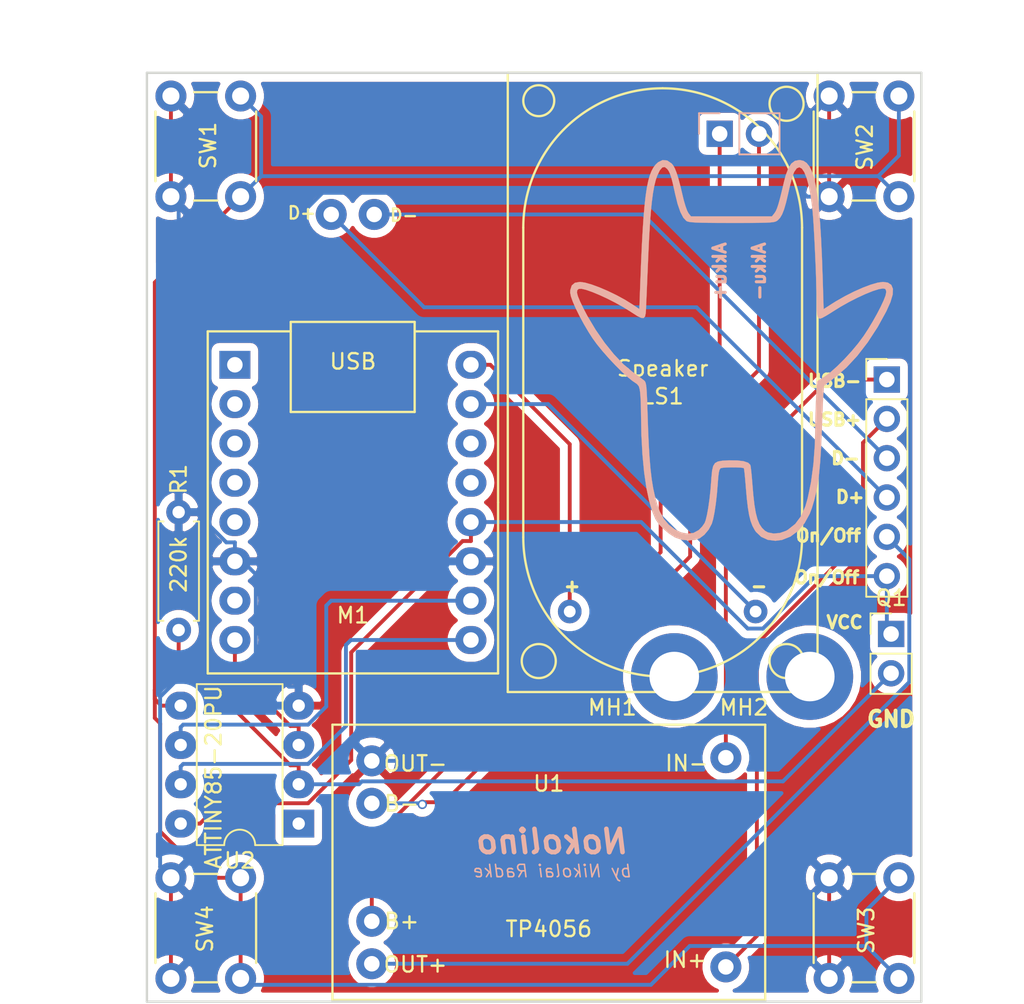
<source format=kicad_pcb>
(kicad_pcb (version 20171130) (host pcbnew 5.1.5-52549c5~84~ubuntu18.04.1)

  (general
    (thickness 1.6)
    (drawings 20)
    (tracks 142)
    (zones 0)
    (modules 15)
    (nets 26)
  )

  (page A4)
  (title_block
    (title Nokolino)
    (rev 3.0)
  )

  (layers
    (0 F.Cu signal)
    (31 B.Cu signal)
    (32 B.Adhes user)
    (33 F.Adhes user)
    (34 B.Paste user)
    (35 F.Paste user)
    (36 B.SilkS user)
    (37 F.SilkS user)
    (38 B.Mask user)
    (39 F.Mask user)
    (40 Dwgs.User user)
    (41 Cmts.User user)
    (42 Eco1.User user)
    (43 Eco2.User user)
    (44 Edge.Cuts user)
    (45 Margin user)
    (46 B.CrtYd user)
    (47 F.CrtYd user)
    (48 B.Fab user)
    (49 F.Fab user)
  )

  (setup
    (last_trace_width 0.25)
    (trace_clearance 0.2)
    (zone_clearance 0.508)
    (zone_45_only no)
    (trace_min 0.2)
    (via_size 0.6)
    (via_drill 0.4)
    (via_min_size 0.4)
    (via_min_drill 0.3)
    (uvia_size 0.3)
    (uvia_drill 0.1)
    (uvias_allowed no)
    (uvia_min_size 0.2)
    (uvia_min_drill 0.1)
    (edge_width 0.15)
    (segment_width 0.2)
    (pcb_text_width 0.3)
    (pcb_text_size 1.5 1.5)
    (mod_edge_width 0.15)
    (mod_text_size 1 1)
    (mod_text_width 0.15)
    (pad_size 2 1.7)
    (pad_drill 1)
    (pad_to_mask_clearance 0.2)
    (solder_mask_min_width 0.25)
    (aux_axis_origin 0 0)
    (visible_elements FFFFF77F)
    (pcbplotparams
      (layerselection 0x010fc_ffffffff)
      (usegerberextensions false)
      (usegerberattributes false)
      (usegerberadvancedattributes false)
      (creategerberjobfile false)
      (excludeedgelayer true)
      (linewidth 0.100000)
      (plotframeref false)
      (viasonmask false)
      (mode 1)
      (useauxorigin false)
      (hpglpennumber 1)
      (hpglpenspeed 20)
      (hpglpendiameter 15.000000)
      (psnegative false)
      (psa4output false)
      (plotreference true)
      (plotvalue true)
      (plotinvisibletext false)
      (padsonsilk false)
      (subtractmaskfromsilk false)
      (outputformat 1)
      (mirror false)
      (drillshape 0)
      (scaleselection 1)
      (outputdirectory "GERBERS_New/"))
  )

  (net 0 "")
  (net 1 "Net-(LS1-Pad1)")
  (net 2 "Net-(LS1-Pad2)")
  (net 3 "Net-(SW1-Pad2)")
  (net 4 VCC)
  (net 5 "Net-(U2-Pad1)")
  (net 6 "Net-(M1-Pad9)")
  (net 7 "Net-(M1-Pad8)")
  (net 8 "Net-(M1-Pad10)")
  (net 9 "Net-(M1-Pad13)")
  (net 10 "Net-(M1-Pad14)")
  (net 11 "Net-(M1-Pad7)")
  (net 12 "Net-(M1-Pad5)")
  (net 13 "Net-(M1-Pad4)")
  (net 14 "Net-(M1-Pad3)")
  (net 15 "Net-(M1-Pad2)")
  (net 16 "Net-(M1-Pad1)")
  (net 17 D-)
  (net 18 D+)
  (net 19 Akku+)
  (net 20 Akku-)
  (net 21 USB-)
  (net 22 USB+)
  (net 23 GND)
  (net 24 "Net-(Q1-Pad2)")
  (net 25 "Net-(J1-Pad5)")

  (net_class Default "This is the default net class."
    (clearance 0.2)
    (trace_width 0.25)
    (via_dia 0.6)
    (via_drill 0.4)
    (uvia_dia 0.3)
    (uvia_drill 0.1)
    (add_net Akku+)
    (add_net Akku-)
    (add_net D+)
    (add_net D-)
    (add_net GND)
    (add_net "Net-(J1-Pad5)")
    (add_net "Net-(LS1-Pad1)")
    (add_net "Net-(LS1-Pad2)")
    (add_net "Net-(M1-Pad1)")
    (add_net "Net-(M1-Pad10)")
    (add_net "Net-(M1-Pad13)")
    (add_net "Net-(M1-Pad14)")
    (add_net "Net-(M1-Pad2)")
    (add_net "Net-(M1-Pad3)")
    (add_net "Net-(M1-Pad4)")
    (add_net "Net-(M1-Pad5)")
    (add_net "Net-(M1-Pad7)")
    (add_net "Net-(M1-Pad8)")
    (add_net "Net-(M1-Pad9)")
    (add_net "Net-(Q1-Pad2)")
    (add_net "Net-(SW1-Pad2)")
    (add_net "Net-(U2-Pad1)")
    (add_net USB+)
    (add_net USB-)
    (add_net VCC)
  )

  (module Pin_Headers:Pin_Header_Straight_1x02_Pitch2.54mm (layer B.Cu) (tedit 5CB4DC63) (tstamp 5CB23C3C)
    (at 170.18 91.44 270)
    (descr "Through hole straight pin header, 1x02, 2.54mm pitch, single row")
    (tags "Through hole pin header THT 1x02 2.54mm single row")
    (path /5CB2516F)
    (fp_text reference J2 (at 0 2.33 270) (layer B.SilkS) hide
      (effects (font (size 1 1) (thickness 0.15)) (justify mirror))
    )
    (fp_text value Conn_01x02 (at 0 -4.87 270) (layer B.Fab)
      (effects (font (size 1 1) (thickness 0.15)) (justify mirror))
    )
    (fp_text user %R (at 0 -1.27 180) (layer B.Fab)
      (effects (font (size 1 1) (thickness 0.15)) (justify mirror))
    )
    (fp_line (start 1.8 1.8) (end -1.8 1.8) (layer B.CrtYd) (width 0.05))
    (fp_line (start 1.8 -4.35) (end 1.8 1.8) (layer B.CrtYd) (width 0.05))
    (fp_line (start -1.8 -4.35) (end 1.8 -4.35) (layer B.CrtYd) (width 0.05))
    (fp_line (start -1.8 1.8) (end -1.8 -4.35) (layer B.CrtYd) (width 0.05))
    (fp_line (start -1.33 1.33) (end 0 1.33) (layer B.SilkS) (width 0.12))
    (fp_line (start -1.33 0) (end -1.33 1.33) (layer B.SilkS) (width 0.12))
    (fp_line (start -1.33 -1.27) (end 1.33 -1.27) (layer B.SilkS) (width 0.12))
    (fp_line (start 1.33 -1.27) (end 1.33 -3.87) (layer B.SilkS) (width 0.12))
    (fp_line (start -1.33 -1.27) (end -1.33 -3.87) (layer B.SilkS) (width 0.12))
    (fp_line (start -1.33 -3.87) (end 1.33 -3.87) (layer B.SilkS) (width 0.12))
    (fp_line (start -1.27 0.635) (end -0.635 1.27) (layer B.Fab) (width 0.1))
    (fp_line (start -1.27 -3.81) (end -1.27 0.635) (layer B.Fab) (width 0.1))
    (fp_line (start 1.27 -3.81) (end -1.27 -3.81) (layer B.Fab) (width 0.1))
    (fp_line (start 1.27 1.27) (end 1.27 -3.81) (layer B.Fab) (width 0.1))
    (fp_line (start -0.635 1.27) (end 1.27 1.27) (layer B.Fab) (width 0.1))
    (pad 2 thru_hole oval (at 0 -2.54 270) (size 1.7 1.7) (drill 1) (layers *.Cu *.Mask)
      (net 20 Akku-))
    (pad 1 thru_hole rect (at 0 0 270) (size 1.7 1.7) (drill 1) (layers *.Cu *.Mask)
      (net 19 Akku+))
    (model ${KISYS3DMOD}/Pin_Headers.3dshapes/Pin_Header_Straight_1x02_Pitch2.54mm.wrl
      (at (xyz 0 0 0))
      (scale (xyz 1 1 1))
      (rotate (xyz 0 0 0))
    )
  )

  (module NOKOlino:TP4056-Protect (layer F.Cu) (tedit 5B8E90CC) (tstamp 5A5CDC9D)
    (at 159.15 138.5 180)
    (path /5A5CC850)
    (fp_text reference U1 (at 0 5.08 180) (layer F.SilkS)
      (effects (font (size 1 1) (thickness 0.15)))
    )
    (fp_text value TP4056 (at 0 -4.31 180) (layer F.SilkS)
      (effects (font (size 1 1) (thickness 0.15)))
    )
    (fp_text user OUT- (at 8.6106 6.3754 180) (layer F.SilkS)
      (effects (font (size 1 1) (thickness 0.15)))
    )
    (fp_text user B- (at 9.5 3.8 180) (layer F.SilkS)
      (effects (font (size 1 1) (thickness 0.15)))
    )
    (fp_text user B+ (at 9.5 -3.8 180) (layer F.SilkS)
      (effects (font (size 1 1) (thickness 0.15)))
    )
    (fp_text user OUT+ (at 8.6106 -6.604 180) (layer F.SilkS)
      (effects (font (size 1 1) (thickness 0.15)))
    )
    (fp_text user IN- (at -8.9 6.4 180) (layer F.SilkS)
      (effects (font (size 1 1) (thickness 0.15)))
    )
    (fp_text user IN+ (at -8.8 -6.3 180) (layer F.SilkS)
      (effects (font (size 1 1) (thickness 0.15)))
    )
    (fp_line (start -13.97 -8.89) (end -13.97 8.89) (layer F.SilkS) (width 0.15))
    (fp_line (start 13.97 -8.89) (end 13.97 8.89) (layer F.SilkS) (width 0.15))
    (fp_line (start -13.97 -8.89) (end 13.97 -8.89) (layer F.SilkS) (width 0.15))
    (fp_line (start 13.97 8.89) (end -13.97 8.89) (layer F.SilkS) (width 0.15))
    (pad 4 thru_hole circle (at 11.43 -3.81 180) (size 2 2) (drill 1) (layers *.Cu *.Mask)
      (net 19 Akku+))
    (pad 5 thru_hole circle (at 11.43 3.81 180) (size 2 2) (drill 1) (layers *.Cu *.Mask)
      (net 20 Akku-))
    (pad 6 thru_hole circle (at 11.43 6.5532 180) (size 2 2) (drill 1) (layers *.Cu *.Mask)
      (net 23 GND))
    (pad 3 thru_hole circle (at 11.43 -6.5532 180) (size 2 2) (drill 1) (layers *.Cu *.Mask)
      (net 25 "Net-(J1-Pad5)"))
    (pad 2 thru_hole circle (at -11.43 6.7564 180) (size 2 2) (drill 1) (layers *.Cu *.Mask)
      (net 21 USB-))
    (pad 1 thru_hole circle (at -11.43 -6.7564 180) (size 2 2) (drill 1) (layers *.Cu *.Mask)
      (net 22 USB+))
  )

  (module NOKOlino:K20.40 (layer F.Cu) (tedit 5B8E90EE) (tstamp 5A6103B7)
    (at 166.5 107.5)
    (descr K20.40)
    (tags Lautsprecher)
    (path /5A5CE1F7)
    (fp_text reference LS1 (at 0 0.9) (layer F.SilkS)
      (effects (font (size 1 1) (thickness 0.15)))
    )
    (fp_text value Speaker (at 0 -0.9) (layer F.SilkS)
      (effects (font (size 1 1) (thickness 0.15)))
    )
    (fp_line (start 9 -10) (end 9 10) (layer F.SilkS) (width 0.15))
    (fp_line (start -9 -10) (end -9 10) (layer F.SilkS) (width 0.15))
    (fp_arc (start 0 10) (end 0 19) (angle 90) (layer F.SilkS) (width 0.15))
    (fp_arc (start 0 -10) (end -9 -10) (angle 90) (layer F.SilkS) (width 0.15))
    (fp_arc (start 0 -10) (end 0 -19) (angle 90) (layer F.SilkS) (width 0.15))
    (fp_arc (start 0 10) (end 9 10) (angle 90) (layer F.SilkS) (width 0.15))
    (fp_circle (center 8 18) (end 9.1 18) (layer F.SilkS) (width 0.15))
    (fp_circle (center -8 18) (end -6.9 18) (layer F.SilkS) (width 0.15))
    (fp_circle (center 8 -18) (end 9.1 -18) (layer F.SilkS) (width 0.15))
    (fp_circle (center -8 -18.2) (end -7 -18.2) (layer F.SilkS) (width 0.15))
    (fp_line (start 10 -20) (end -10 -20) (layer F.SilkS) (width 0.15))
    (fp_line (start -10 20) (end 10 20) (layer F.SilkS) (width 0.15))
    (fp_line (start -10 20) (end -10 -20) (layer F.SilkS) (width 0.15))
    (fp_line (start 10 20) (end 10 -20) (layer F.SilkS) (width 0.15))
    (pad 1 thru_hole circle (at -6 14.8) (size 1.524 1.524) (drill 0.762) (layers *.Cu *.Mask)
      (net 1 "Net-(LS1-Pad1)"))
    (pad 2 thru_hole circle (at 6 14.8) (size 1.524 1.524) (drill 0.762) (layers *.Cu *.Mask)
      (net 2 "Net-(LS1-Pad2)"))
  )

  (module Mounting_Holes:MountingHole_3.2mm_M3_DIN965_Pad (layer F.Cu) (tedit 5B8E8FF9) (tstamp 5B8E901D)
    (at 167.25 126.5)
    (descr "Mounting Hole 3.2mm, M3, DIN965")
    (tags "mounting hole 3.2mm m3 din965")
    (attr virtual)
    (fp_text reference MH1 (at -4 2) (layer F.SilkS)
      (effects (font (size 1 1) (thickness 0.15)))
    )
    (fp_text value MH1 (at -4 2) (layer F.Fab)
      (effects (font (size 1 1) (thickness 0.15)))
    )
    (fp_text user %R (at 0.3 0) (layer F.Fab)
      (effects (font (size 1 1) (thickness 0.15)))
    )
    (fp_circle (center 0 0) (end 2.8 0) (layer Cmts.User) (width 0.15))
    (fp_circle (center 0 0) (end 3.05 0) (layer F.CrtYd) (width 0.05))
    (pad 1 thru_hole circle (at 0 0) (size 5.6 5.6) (drill 3.2) (layers *.Cu *.Mask))
  )

  (module Mounting_Holes:MountingHole_3.2mm_M3_DIN965_Pad (layer F.Cu) (tedit 5B8E9000) (tstamp 5B8E8ECB)
    (at 176 126.5)
    (descr "Mounting Hole 3.2mm, M3, DIN965")
    (tags "mounting hole 3.2mm m3 din965")
    (attr virtual)
    (fp_text reference MH2 (at -4.25 2) (layer F.SilkS)
      (effects (font (size 1 1) (thickness 0.15)))
    )
    (fp_text value MH2 (at -4.25 2) (layer F.Fab)
      (effects (font (size 1 1) (thickness 0.15)))
    )
    (fp_text user %R (at 0.3 0) (layer F.Fab)
      (effects (font (size 1 1) (thickness 0.15)))
    )
    (fp_circle (center 0 0) (end 2.8 0) (layer Cmts.User) (width 0.15))
    (fp_circle (center 0 0) (end 3.05 0) (layer F.CrtYd) (width 0.05))
    (pad 1 thru_hole circle (at 0 0) (size 5.6 5.6) (drill 3.2) (layers *.Cu *.Mask))
  )

  (module Buttons_Switches_THT:SW_PUSH_6mm_h13mm (layer F.Cu) (tedit 5AE8AAB9) (tstamp 5AE8A9D6)
    (at 134.75 95.5 90)
    (descr "tactile push button, 6x6mm e.g. PHAP33xx series, height=13mm")
    (tags "tact sw push 6mm")
    (path /5E0D104B)
    (fp_text reference SW1 (at 3.3 2.4 90) (layer F.SilkS)
      (effects (font (size 1 1) (thickness 0.15)))
    )
    (fp_text value SW1 (at 3.3 2.4 90) (layer F.Fab)
      (effects (font (size 1 1) (thickness 0.15)))
    )
    (fp_line (start 3.25 -0.75) (end 6.25 -0.75) (layer F.Fab) (width 0.1))
    (fp_line (start 6.25 -0.75) (end 6.25 5.25) (layer F.Fab) (width 0.1))
    (fp_line (start 6.25 5.25) (end 0.25 5.25) (layer F.Fab) (width 0.1))
    (fp_line (start 0.25 5.25) (end 0.25 -0.75) (layer F.Fab) (width 0.1))
    (fp_line (start 0.25 -0.75) (end 3.25 -0.75) (layer F.Fab) (width 0.1))
    (fp_line (start 7.75 6) (end 8 6) (layer F.CrtYd) (width 0.05))
    (fp_line (start 8 6) (end 8 5.75) (layer F.CrtYd) (width 0.05))
    (fp_line (start 7.75 -1.5) (end 8 -1.5) (layer F.CrtYd) (width 0.05))
    (fp_line (start 8 -1.5) (end 8 -1.25) (layer F.CrtYd) (width 0.05))
    (fp_line (start -1.5 -1.25) (end -1.5 -1.5) (layer F.CrtYd) (width 0.05))
    (fp_line (start -1.5 -1.5) (end -1.25 -1.5) (layer F.CrtYd) (width 0.05))
    (fp_line (start -1.5 5.75) (end -1.5 6) (layer F.CrtYd) (width 0.05))
    (fp_line (start -1.5 6) (end -1.25 6) (layer F.CrtYd) (width 0.05))
    (fp_line (start -1.25 -1.5) (end 7.75 -1.5) (layer F.CrtYd) (width 0.05))
    (fp_line (start -1.5 5.75) (end -1.5 -1.25) (layer F.CrtYd) (width 0.05))
    (fp_line (start 7.75 6) (end -1.25 6) (layer F.CrtYd) (width 0.05))
    (fp_line (start 8 -1.25) (end 8 5.75) (layer F.CrtYd) (width 0.05))
    (fp_line (start 1 5.5) (end 5.5 5.5) (layer F.SilkS) (width 0.15))
    (fp_line (start -0.25 1.5) (end -0.25 3) (layer F.SilkS) (width 0.15))
    (fp_line (start 5.5 -1) (end 1 -1) (layer F.SilkS) (width 0.15))
    (fp_line (start 6.75 3) (end 6.75 1.5) (layer F.SilkS) (width 0.15))
    (fp_circle (center 3.25 2.25) (end 1.25 2.5) (layer F.Fab) (width 0.1))
    (pad 2 thru_hole circle (at 0 4.5 180) (size 2 2) (drill 1.1) (layers *.Cu *.Mask)
      (net 3 "Net-(SW1-Pad2)"))
    (pad 1 thru_hole circle (at 0 0 180) (size 2 2) (drill 1.1) (layers *.Cu *.Mask)
      (net 23 GND))
    (pad 2 thru_hole circle (at 6.5 4.5 180) (size 2 2) (drill 1.1) (layers *.Cu *.Mask)
      (net 3 "Net-(SW1-Pad2)"))
    (pad 1 thru_hole circle (at 6.5 0 180) (size 2 2) (drill 1.1) (layers *.Cu *.Mask)
      (net 23 GND))
    (model Buttons_Switches_THT.3dshapes/SW_PUSH_6mm_h13mm.wrl
      (offset (xyz 0.1269999980926514 0 0))
      (scale (xyz 0.3937 0.3937 0.3937))
      (rotate (xyz 0 0 0))
    )
  )

  (module Buttons_Switches_THT:SW_PUSH_6mm_h13mm (layer F.Cu) (tedit 5AE8AAAB) (tstamp 5AE8AA6D)
    (at 177.25 95.5 90)
    (descr "tactile push button, 6x6mm e.g. PHAP33xx series, height=13mm")
    (tags "tact sw push 6mm")
    (path /5E0D67A2)
    (fp_text reference SW2 (at 3.2 2.3 90) (layer F.SilkS)
      (effects (font (size 1 1) (thickness 0.15)))
    )
    (fp_text value SW2 (at 3.2 2.3 90) (layer F.Fab)
      (effects (font (size 1 1) (thickness 0.15)))
    )
    (fp_line (start 3.25 -0.75) (end 6.25 -0.75) (layer F.Fab) (width 0.1))
    (fp_line (start 6.25 -0.75) (end 6.25 5.25) (layer F.Fab) (width 0.1))
    (fp_line (start 6.25 5.25) (end 0.25 5.25) (layer F.Fab) (width 0.1))
    (fp_line (start 0.25 5.25) (end 0.25 -0.75) (layer F.Fab) (width 0.1))
    (fp_line (start 0.25 -0.75) (end 3.25 -0.75) (layer F.Fab) (width 0.1))
    (fp_line (start 7.75 6) (end 8 6) (layer F.CrtYd) (width 0.05))
    (fp_line (start 8 6) (end 8 5.75) (layer F.CrtYd) (width 0.05))
    (fp_line (start 7.75 -1.5) (end 8 -1.5) (layer F.CrtYd) (width 0.05))
    (fp_line (start 8 -1.5) (end 8 -1.25) (layer F.CrtYd) (width 0.05))
    (fp_line (start -1.5 -1.25) (end -1.5 -1.5) (layer F.CrtYd) (width 0.05))
    (fp_line (start -1.5 -1.5) (end -1.25 -1.5) (layer F.CrtYd) (width 0.05))
    (fp_line (start -1.5 5.75) (end -1.5 6) (layer F.CrtYd) (width 0.05))
    (fp_line (start -1.5 6) (end -1.25 6) (layer F.CrtYd) (width 0.05))
    (fp_line (start -1.25 -1.5) (end 7.75 -1.5) (layer F.CrtYd) (width 0.05))
    (fp_line (start -1.5 5.75) (end -1.5 -1.25) (layer F.CrtYd) (width 0.05))
    (fp_line (start 7.75 6) (end -1.25 6) (layer F.CrtYd) (width 0.05))
    (fp_line (start 8 -1.25) (end 8 5.75) (layer F.CrtYd) (width 0.05))
    (fp_line (start 1 5.5) (end 5.5 5.5) (layer F.SilkS) (width 0.15))
    (fp_line (start -0.25 1.5) (end -0.25 3) (layer F.SilkS) (width 0.15))
    (fp_line (start 5.5 -1) (end 1 -1) (layer F.SilkS) (width 0.15))
    (fp_line (start 6.75 3) (end 6.75 1.5) (layer F.SilkS) (width 0.15))
    (fp_circle (center 3.25 2.25) (end 1.25 2.5) (layer F.Fab) (width 0.1))
    (pad 2 thru_hole circle (at 0 4.5 180) (size 2 2) (drill 1.1) (layers *.Cu *.Mask)
      (net 3 "Net-(SW1-Pad2)"))
    (pad 1 thru_hole circle (at 0 0 180) (size 2 2) (drill 1.1) (layers *.Cu *.Mask)
      (net 23 GND))
    (pad 2 thru_hole circle (at 6.5 4.5 180) (size 2 2) (drill 1.1) (layers *.Cu *.Mask)
      (net 3 "Net-(SW1-Pad2)"))
    (pad 1 thru_hole circle (at 6.5 0 180) (size 2 2) (drill 1.1) (layers *.Cu *.Mask)
      (net 23 GND))
    (model Buttons_Switches_THT.3dshapes/SW_PUSH_6mm_h13mm.wrl
      (offset (xyz 0.1269999980926514 0 0))
      (scale (xyz 0.3937 0.3937 0.3937))
      (rotate (xyz 0 0 0))
    )
  )

  (module Buttons_Switches_THT:SW_PUSH_6mm_h13mm (layer F.Cu) (tedit 5AE8AA9C) (tstamp 5AE8AA75)
    (at 177.25 146 90)
    (descr "tactile push button, 6x6mm e.g. PHAP33xx series, height=13mm")
    (tags "tact sw push 6mm")
    (path /5E0D72D3)
    (fp_text reference SW3 (at 3.1 2.4 90) (layer F.SilkS)
      (effects (font (size 1 1) (thickness 0.15)))
    )
    (fp_text value SW3 (at 3.1 2.4 90) (layer F.Fab)
      (effects (font (size 1 1) (thickness 0.15)))
    )
    (fp_line (start 3.25 -0.75) (end 6.25 -0.75) (layer F.Fab) (width 0.1))
    (fp_line (start 6.25 -0.75) (end 6.25 5.25) (layer F.Fab) (width 0.1))
    (fp_line (start 6.25 5.25) (end 0.25 5.25) (layer F.Fab) (width 0.1))
    (fp_line (start 0.25 5.25) (end 0.25 -0.75) (layer F.Fab) (width 0.1))
    (fp_line (start 0.25 -0.75) (end 3.25 -0.75) (layer F.Fab) (width 0.1))
    (fp_line (start 7.75 6) (end 8 6) (layer F.CrtYd) (width 0.05))
    (fp_line (start 8 6) (end 8 5.75) (layer F.CrtYd) (width 0.05))
    (fp_line (start 7.75 -1.5) (end 8 -1.5) (layer F.CrtYd) (width 0.05))
    (fp_line (start 8 -1.5) (end 8 -1.25) (layer F.CrtYd) (width 0.05))
    (fp_line (start -1.5 -1.25) (end -1.5 -1.5) (layer F.CrtYd) (width 0.05))
    (fp_line (start -1.5 -1.5) (end -1.25 -1.5) (layer F.CrtYd) (width 0.05))
    (fp_line (start -1.5 5.75) (end -1.5 6) (layer F.CrtYd) (width 0.05))
    (fp_line (start -1.5 6) (end -1.25 6) (layer F.CrtYd) (width 0.05))
    (fp_line (start -1.25 -1.5) (end 7.75 -1.5) (layer F.CrtYd) (width 0.05))
    (fp_line (start -1.5 5.75) (end -1.5 -1.25) (layer F.CrtYd) (width 0.05))
    (fp_line (start 7.75 6) (end -1.25 6) (layer F.CrtYd) (width 0.05))
    (fp_line (start 8 -1.25) (end 8 5.75) (layer F.CrtYd) (width 0.05))
    (fp_line (start 1 5.5) (end 5.5 5.5) (layer F.SilkS) (width 0.15))
    (fp_line (start -0.25 1.5) (end -0.25 3) (layer F.SilkS) (width 0.15))
    (fp_line (start 5.5 -1) (end 1 -1) (layer F.SilkS) (width 0.15))
    (fp_line (start 6.75 3) (end 6.75 1.5) (layer F.SilkS) (width 0.15))
    (fp_circle (center 3.25 2.25) (end 1.25 2.5) (layer F.Fab) (width 0.1))
    (pad 2 thru_hole circle (at 0 4.5 180) (size 2 2) (drill 1.1) (layers *.Cu *.Mask)
      (net 3 "Net-(SW1-Pad2)"))
    (pad 1 thru_hole circle (at 0 0 180) (size 2 2) (drill 1.1) (layers *.Cu *.Mask)
      (net 23 GND))
    (pad 2 thru_hole circle (at 6.5 4.5 180) (size 2 2) (drill 1.1) (layers *.Cu *.Mask)
      (net 3 "Net-(SW1-Pad2)"))
    (pad 1 thru_hole circle (at 6.5 0 180) (size 2 2) (drill 1.1) (layers *.Cu *.Mask)
      (net 23 GND))
    (model Buttons_Switches_THT.3dshapes/SW_PUSH_6mm_h13mm.wrl
      (offset (xyz 0.1269999980926514 0 0))
      (scale (xyz 0.3937 0.3937 0.3937))
      (rotate (xyz 0 0 0))
    )
  )

  (module Buttons_Switches_THT:SW_PUSH_6mm_h13mm (layer F.Cu) (tedit 5AE8AA90) (tstamp 5AE8AA7D)
    (at 134.75 146 90)
    (descr "tactile push button, 6x6mm e.g. PHAP33xx series, height=13mm")
    (tags "tact sw push 6mm")
    (path /5E0D7DE2)
    (fp_text reference SW4 (at 3.2 2.2 90) (layer F.SilkS)
      (effects (font (size 1 1) (thickness 0.15)))
    )
    (fp_text value SW4 (at 3.2 2.2 90) (layer F.Fab)
      (effects (font (size 1 1) (thickness 0.15)))
    )
    (fp_line (start 3.25 -0.75) (end 6.25 -0.75) (layer F.Fab) (width 0.1))
    (fp_line (start 6.25 -0.75) (end 6.25 5.25) (layer F.Fab) (width 0.1))
    (fp_line (start 6.25 5.25) (end 0.25 5.25) (layer F.Fab) (width 0.1))
    (fp_line (start 0.25 5.25) (end 0.25 -0.75) (layer F.Fab) (width 0.1))
    (fp_line (start 0.25 -0.75) (end 3.25 -0.75) (layer F.Fab) (width 0.1))
    (fp_line (start 7.75 6) (end 8 6) (layer F.CrtYd) (width 0.05))
    (fp_line (start 8 6) (end 8 5.75) (layer F.CrtYd) (width 0.05))
    (fp_line (start 7.75 -1.5) (end 8 -1.5) (layer F.CrtYd) (width 0.05))
    (fp_line (start 8 -1.5) (end 8 -1.25) (layer F.CrtYd) (width 0.05))
    (fp_line (start -1.5 -1.25) (end -1.5 -1.5) (layer F.CrtYd) (width 0.05))
    (fp_line (start -1.5 -1.5) (end -1.25 -1.5) (layer F.CrtYd) (width 0.05))
    (fp_line (start -1.5 5.75) (end -1.5 6) (layer F.CrtYd) (width 0.05))
    (fp_line (start -1.5 6) (end -1.25 6) (layer F.CrtYd) (width 0.05))
    (fp_line (start -1.25 -1.5) (end 7.75 -1.5) (layer F.CrtYd) (width 0.05))
    (fp_line (start -1.5 5.75) (end -1.5 -1.25) (layer F.CrtYd) (width 0.05))
    (fp_line (start 7.75 6) (end -1.25 6) (layer F.CrtYd) (width 0.05))
    (fp_line (start 8 -1.25) (end 8 5.75) (layer F.CrtYd) (width 0.05))
    (fp_line (start 1 5.5) (end 5.5 5.5) (layer F.SilkS) (width 0.15))
    (fp_line (start -0.25 1.5) (end -0.25 3) (layer F.SilkS) (width 0.15))
    (fp_line (start 5.5 -1) (end 1 -1) (layer F.SilkS) (width 0.15))
    (fp_line (start 6.75 3) (end 6.75 1.5) (layer F.SilkS) (width 0.15))
    (fp_circle (center 3.25 2.25) (end 1.25 2.5) (layer F.Fab) (width 0.1))
    (pad 2 thru_hole circle (at 0 4.5 180) (size 2 2) (drill 1.1) (layers *.Cu *.Mask)
      (net 3 "Net-(SW1-Pad2)"))
    (pad 1 thru_hole circle (at 0 0 180) (size 2 2) (drill 1.1) (layers *.Cu *.Mask)
      (net 23 GND))
    (pad 2 thru_hole circle (at 6.5 4.5 180) (size 2 2) (drill 1.1) (layers *.Cu *.Mask)
      (net 3 "Net-(SW1-Pad2)"))
    (pad 1 thru_hole circle (at 6.5 0 180) (size 2 2) (drill 1.1) (layers *.Cu *.Mask)
      (net 23 GND))
    (model Buttons_Switches_THT.3dshapes/SW_PUSH_6mm_h13mm.wrl
      (offset (xyz 0.1269999980926514 0 0))
      (scale (xyz 0.3937 0.3937 0.3937))
      (rotate (xyz 0 0 0))
    )
  )

  (module NOKOlino:ATTINY85-20PU (layer F.Cu) (tedit 5B8E90E2) (tstamp 5A5CDCA9)
    (at 143 136 180)
    (descr "8-lead dip package, row spacing 7.62 mm (300 mils)")
    (tags "DIL DIP PDIP 2.54mm 7.62mm 300mil")
    (path /5A5C9C69)
    (fp_text reference U2 (at 3.81 -2.39 180) (layer F.SilkS)
      (effects (font (size 1 1) (thickness 0.15)))
    )
    (fp_text value ATTINY85-20PU (at 5.5 3 270) (layer F.SilkS)
      (effects (font (size 1 1) (thickness 0.15)))
    )
    (fp_arc (start 3.81 -1.39) (end 2.81 -1.39) (angle -180) (layer F.SilkS) (width 0.12))
    (fp_line (start 1.635 -1.27) (end 6.985 -1.27) (layer F.Fab) (width 0.1))
    (fp_line (start 6.985 -1.27) (end 6.985 8.89) (layer F.Fab) (width 0.1))
    (fp_line (start 6.985 8.89) (end 0.635 8.89) (layer F.Fab) (width 0.1))
    (fp_line (start 0.635 8.89) (end 0.635 -0.27) (layer F.Fab) (width 0.1))
    (fp_line (start 0.635 -0.27) (end 1.635 -1.27) (layer F.Fab) (width 0.1))
    (fp_line (start 2.81 -1.39) (end 1.04 -1.39) (layer F.SilkS) (width 0.12))
    (fp_line (start 1.04 -1.39) (end 1.04 9.01) (layer F.SilkS) (width 0.12))
    (fp_line (start 1.04 9.01) (end 6.58 9.01) (layer F.SilkS) (width 0.12))
    (fp_line (start 6.58 9.01) (end 6.58 -1.39) (layer F.SilkS) (width 0.12))
    (fp_line (start 6.58 -1.39) (end 4.81 -1.39) (layer F.SilkS) (width 0.12))
    (fp_line (start -1.1 -1.6) (end -1.1 9.2) (layer F.CrtYd) (width 0.05))
    (fp_line (start -1.1 9.2) (end 8.7 9.2) (layer F.CrtYd) (width 0.05))
    (fp_line (start 8.7 9.2) (end 8.7 -1.6) (layer F.CrtYd) (width 0.05))
    (fp_line (start 8.7 -1.6) (end -1.1 -1.6) (layer F.CrtYd) (width 0.05))
    (pad 1 thru_hole rect (at 0 0 180) (size 2 1.8) (drill 0.8) (layers *.Cu *.Mask)
      (net 5 "Net-(U2-Pad1)"))
    (pad 5 thru_hole oval (at 7.62 7.62 180) (size 2 1.8) (drill 0.8) (layers *.Cu *.Mask)
      (net 3 "Net-(SW1-Pad2)"))
    (pad 2 thru_hole oval (at 0 2.54 180) (size 2 1.8) (drill 0.8) (layers *.Cu *.Mask)
      (net 24 "Net-(Q1-Pad2)"))
    (pad 6 thru_hole oval (at 7.62 5.08 180) (size 2 1.8) (drill 0.8) (layers *.Cu *.Mask)
      (net 8 "Net-(M1-Pad10)"))
    (pad 3 thru_hole oval (at 0 5.08 180) (size 2 1.8) (drill 0.8) (layers *.Cu *.Mask)
      (net 7 "Net-(M1-Pad8)"))
    (pad 7 thru_hole oval (at 7.62 2.54 180) (size 2 1.8) (drill 0.8) (layers *.Cu *.Mask)
      (net 6 "Net-(M1-Pad9)"))
    (pad 4 thru_hole oval (at 0 7.62 180) (size 2 1.8) (drill 0.8) (layers *.Cu *.Mask)
      (net 23 GND))
    (pad 8 thru_hole oval (at 7.62 0 180) (size 2 1.8) (drill 0.8) (layers *.Cu *.Mask)
      (net 4 VCC))
    (model Housings_DIP.3dshapes/DIP-8_W7.62mm.wrl
      (at (xyz 0 0 0))
      (scale (xyz 1 1 1))
      (rotate (xyz 0 0 0))
    )
  )

  (module NOKOlino:JQ6500-16p (layer F.Cu) (tedit 5AEAFAAE) (tstamp 5A5E00FB)
    (at 146.5 115.25)
    (path /5A5CC541)
    (fp_text reference M1 (at 0 7.3) (layer F.SilkS)
      (effects (font (size 1 1) (thickness 0.15)))
    )
    (fp_text value JQ6500 (at 0 -4.11) (layer F.Fab)
      (effects (font (size 1 1) (thickness 0.15)))
    )
    (fp_line (start -9.3726 -11.049) (end -9.3726 11.049) (layer F.SilkS) (width 0.15))
    (fp_line (start -4.0132 -11.049) (end -9.3726 -11.049) (layer F.SilkS) (width 0.15))
    (fp_line (start -4.0132 -5.842) (end 3.9878 -5.842) (layer F.SilkS) (width 0.15))
    (fp_line (start 3.9878 -5.842) (end 3.9878 -11.0744) (layer F.SilkS) (width 0.15))
    (fp_line (start 3.9878 -11.049) (end 3.9878 -11.6586) (layer F.SilkS) (width 0.15))
    (fp_line (start 3.9878 -11.6586) (end -4.0132 -11.6586) (layer F.SilkS) (width 0.15))
    (fp_line (start -4.0132 -11.6586) (end -4.0132 -5.842) (layer F.SilkS) (width 0.15))
    (fp_line (start -9.3726 11.049) (end 9.3726 11.049) (layer F.SilkS) (width 0.15))
    (fp_line (start 9.3726 -11.049) (end 3.9878 -11.049) (layer F.SilkS) (width 0.15))
    (fp_line (start 9.3726 0) (end 9.3726 -11.049) (layer F.SilkS) (width 0.15))
    (fp_line (start 9.3726 0) (end 9.3726 11.049) (layer F.SilkS) (width 0.15))
    (fp_text user D+ (at -3.3 -18.7) (layer F.SilkS)
      (effects (font (size 0.8 0.8) (thickness 0.15)))
    )
    (fp_text user D- (at 3.3 -18.55) (layer F.SilkS)
      (effects (font (size 0.8 0.8) (thickness 0.15)))
    )
    (fp_text user USB (at 0 -9.1) (layer F.SilkS)
      (effects (font (size 1 1) (thickness 0.15)))
    )
    (pad 9 thru_hole oval (at 7.62 8.89) (size 2 1.8) (drill 1) (layers *.Cu *.Mask)
      (net 6 "Net-(M1-Pad9)"))
    (pad 10 thru_hole oval (at 7.62 6.35) (size 2 1.8) (drill 1) (layers *.Cu *.Mask)
      (net 8 "Net-(M1-Pad10)"))
    (pad 11 thru_hole oval (at 7.62 3.81) (size 2 1.8) (drill 1) (layers *.Cu *.Mask)
      (net 23 GND))
    (pad 12 thru_hole oval (at 7.62 1.27) (size 2 1.8) (drill 1) (layers *.Cu *.Mask)
      (net 4 VCC))
    (pad 13 thru_hole oval (at 7.62 -1.27) (size 2 1.8) (drill 1) (layers *.Cu *.Mask)
      (net 9 "Net-(M1-Pad13)"))
    (pad 14 thru_hole oval (at 7.62 -3.81) (size 2 1.8) (drill 1) (layers *.Cu *.Mask)
      (net 10 "Net-(M1-Pad14)"))
    (pad 15 thru_hole oval (at 7.62 -6.35) (size 2 1.8) (drill 1) (layers *.Cu *.Mask)
      (net 2 "Net-(LS1-Pad2)"))
    (pad 16 thru_hole oval (at 7.62 -8.89) (size 2 1.8) (drill 1) (layers *.Cu *.Mask)
      (net 1 "Net-(LS1-Pad1)"))
    (pad 8 thru_hole oval (at -7.62 8.89) (size 2 1.8) (drill 1) (layers *.Cu *.Mask)
      (net 7 "Net-(M1-Pad8)"))
    (pad 7 thru_hole oval (at -7.62 6.35) (size 2 1.8) (drill 1) (layers *.Cu *.Mask)
      (net 11 "Net-(M1-Pad7)"))
    (pad 6 thru_hole oval (at -7.62 3.81) (size 2 1.8) (drill 1) (layers *.Cu *.Mask)
      (net 23 GND))
    (pad 5 thru_hole oval (at -7.62 1.27) (size 2 1.8) (drill 1) (layers *.Cu *.Mask)
      (net 12 "Net-(M1-Pad5)"))
    (pad 4 thru_hole oval (at -7.62 -1.27) (size 2 1.8) (drill 1) (layers *.Cu *.Mask)
      (net 13 "Net-(M1-Pad4)"))
    (pad 3 thru_hole oval (at -7.62 -3.81) (size 2 1.8) (drill 1) (layers *.Cu *.Mask)
      (net 14 "Net-(M1-Pad3)"))
    (pad 2 thru_hole oval (at -7.62 -6.35) (size 2 1.8) (drill 1) (layers *.Cu *.Mask)
      (net 15 "Net-(M1-Pad2)"))
    (pad 1 thru_hole rect (at -7.62 -8.89) (size 2 1.8) (drill 1) (layers *.Cu *.Mask)
      (net 16 "Net-(M1-Pad1)"))
    (pad 17 thru_hole circle (at 1.375 -18.6) (size 2 2) (drill 1) (layers *.Cu *.Mask)
      (net 17 D-))
    (pad 18 thru_hole circle (at -1.4 -18.6) (size 2 2) (drill 1) (layers *.Cu *.Mask)
      (net 18 D+))
  )

  (module Resistors_THT:R_Axial_DIN0207_L6.3mm_D2.5mm_P7.62mm_Horizontal (layer F.Cu) (tedit 5B8E90BE) (tstamp 5B8E8E10)
    (at 135.25 123.5 90)
    (descr "Resistor, Axial_DIN0207 series, Axial, Horizontal, pin pitch=7.62mm, 0.25W = 1/4W, length*diameter=6.3*2.5mm^2, http://cdn-reichelt.de/documents/datenblatt/B400/1_4W%23YAG.pdf")
    (tags "Resistor Axial_DIN0207 series Axial Horizontal pin pitch 7.62mm 0.25W = 1/4W length 6.3mm diameter 2.5mm")
    (path /5B8E9345)
    (fp_text reference R1 (at 9.75 0 90) (layer F.SilkS)
      (effects (font (size 1 1) (thickness 0.15)))
    )
    (fp_text value 220k (at 4.25 0 90) (layer F.SilkS)
      (effects (font (size 1 1) (thickness 0.15)))
    )
    (fp_line (start 0.66 -1.25) (end 0.66 1.25) (layer F.Fab) (width 0.1))
    (fp_line (start 0.66 1.25) (end 6.96 1.25) (layer F.Fab) (width 0.1))
    (fp_line (start 6.96 1.25) (end 6.96 -1.25) (layer F.Fab) (width 0.1))
    (fp_line (start 6.96 -1.25) (end 0.66 -1.25) (layer F.Fab) (width 0.1))
    (fp_line (start 0 0) (end 0.66 0) (layer F.Fab) (width 0.1))
    (fp_line (start 7.62 0) (end 6.96 0) (layer F.Fab) (width 0.1))
    (fp_line (start 0.6 -0.98) (end 0.6 -1.31) (layer F.SilkS) (width 0.12))
    (fp_line (start 0.6 -1.31) (end 7.02 -1.31) (layer F.SilkS) (width 0.12))
    (fp_line (start 7.02 -1.31) (end 7.02 -0.98) (layer F.SilkS) (width 0.12))
    (fp_line (start 0.6 0.98) (end 0.6 1.31) (layer F.SilkS) (width 0.12))
    (fp_line (start 0.6 1.31) (end 7.02 1.31) (layer F.SilkS) (width 0.12))
    (fp_line (start 7.02 1.31) (end 7.02 0.98) (layer F.SilkS) (width 0.12))
    (fp_line (start -1.05 -1.6) (end -1.05 1.6) (layer F.CrtYd) (width 0.05))
    (fp_line (start -1.05 1.6) (end 8.7 1.6) (layer F.CrtYd) (width 0.05))
    (fp_line (start 8.7 1.6) (end 8.7 -1.6) (layer F.CrtYd) (width 0.05))
    (fp_line (start 8.7 -1.6) (end -1.05 -1.6) (layer F.CrtYd) (width 0.05))
    (pad 1 thru_hole circle (at 0 0 90) (size 1.6 1.6) (drill 0.8) (layers *.Cu *.Mask)
      (net 24 "Net-(Q1-Pad2)"))
    (pad 2 thru_hole oval (at 7.62 0 90) (size 1.6 1.6) (drill 0.8) (layers *.Cu *.Mask)
      (net 23 GND))
    (model ${KISYS3DMOD}/Resistors_THT.3dshapes/R_Axial_DIN0207_L6.3mm_D2.5mm_P7.62mm_Horizontal.wrl
      (at (xyz 0 0 0))
      (scale (xyz 0.393701 0.393701 0.393701))
      (rotate (xyz 0 0 0))
    )
  )

  (module Pin_Headers:Pin_Header_Straight_1x02_Pitch2.54mm (layer F.Cu) (tedit 5B8E8FE6) (tstamp 5B8E8E0A)
    (at 181.25 123.75)
    (descr "Through hole straight pin header, 1x02, 2.54mm pitch, single row")
    (tags "Through hole pin header THT 1x02 2.54mm single row")
    (path /5B8E9428)
    (fp_text reference Q1 (at 0 -2.33) (layer F.SilkS)
      (effects (font (size 1 1) (thickness 0.15)))
    )
    (fp_text value Q_Photo_NPN (at 3.5 0) (layer F.Fab)
      (effects (font (size 1 1) (thickness 0.15)))
    )
    (fp_line (start -0.635 -1.27) (end 1.27 -1.27) (layer F.Fab) (width 0.1))
    (fp_line (start 1.27 -1.27) (end 1.27 3.81) (layer F.Fab) (width 0.1))
    (fp_line (start 1.27 3.81) (end -1.27 3.81) (layer F.Fab) (width 0.1))
    (fp_line (start -1.27 3.81) (end -1.27 -0.635) (layer F.Fab) (width 0.1))
    (fp_line (start -1.27 -0.635) (end -0.635 -1.27) (layer F.Fab) (width 0.1))
    (fp_line (start -1.33 3.87) (end 1.33 3.87) (layer F.SilkS) (width 0.12))
    (fp_line (start -1.33 1.27) (end -1.33 3.87) (layer F.SilkS) (width 0.12))
    (fp_line (start 1.33 1.27) (end 1.33 3.87) (layer F.SilkS) (width 0.12))
    (fp_line (start -1.33 1.27) (end 1.33 1.27) (layer F.SilkS) (width 0.12))
    (fp_line (start -1.33 0) (end -1.33 -1.33) (layer F.SilkS) (width 0.12))
    (fp_line (start -1.33 -1.33) (end 0 -1.33) (layer F.SilkS) (width 0.12))
    (fp_line (start -1.8 -1.8) (end -1.8 4.35) (layer F.CrtYd) (width 0.05))
    (fp_line (start -1.8 4.35) (end 1.8 4.35) (layer F.CrtYd) (width 0.05))
    (fp_line (start 1.8 4.35) (end 1.8 -1.8) (layer F.CrtYd) (width 0.05))
    (fp_line (start 1.8 -1.8) (end -1.8 -1.8) (layer F.CrtYd) (width 0.05))
    (fp_text user %R (at 0 1.27 90) (layer F.Fab)
      (effects (font (size 1 1) (thickness 0.15)))
    )
    (pad 1 thru_hole rect (at 0 0) (size 1.7 1.7) (drill 1) (layers *.Cu *.Mask)
      (net 4 VCC))
    (pad 2 thru_hole oval (at 0 2.54) (size 1.7 1.7) (drill 1) (layers *.Cu *.Mask)
      (net 24 "Net-(Q1-Pad2)"))
    (model ${KISYS3DMOD}/Pin_Headers.3dshapes/Pin_Header_Straight_1x02_Pitch2.54mm.wrl
      (at (xyz 0 0 0))
      (scale (xyz 1 1 1))
      (rotate (xyz 0 0 0))
    )
  )

  (module Pin_Headers:Pin_Header_Straight_1x06_Pitch2.54mm (layer F.Cu) (tedit 5CB4DC5B) (tstamp 5CB23648)
    (at 180.975 107.315)
    (descr "Through hole straight pin header, 1x06, 2.54mm pitch, single row")
    (tags "Through hole pin header THT 1x06 2.54mm single row")
    (path /5CB28317)
    (fp_text reference J1 (at 0 -2.33) (layer F.SilkS) hide
      (effects (font (size 1 1) (thickness 0.15)))
    )
    (fp_text value Conn_01x06 (at 0 15.03) (layer F.Fab)
      (effects (font (size 1 1) (thickness 0.15)))
    )
    (fp_line (start -0.635 -1.27) (end 1.27 -1.27) (layer F.Fab) (width 0.1))
    (fp_line (start 1.27 -1.27) (end 1.27 13.97) (layer F.Fab) (width 0.1))
    (fp_line (start 1.27 13.97) (end -1.27 13.97) (layer F.Fab) (width 0.1))
    (fp_line (start -1.27 13.97) (end -1.27 -0.635) (layer F.Fab) (width 0.1))
    (fp_line (start -1.27 -0.635) (end -0.635 -1.27) (layer F.Fab) (width 0.1))
    (fp_line (start -1.33 14.03) (end 1.33 14.03) (layer F.SilkS) (width 0.12))
    (fp_line (start -1.33 1.27) (end -1.33 14.03) (layer F.SilkS) (width 0.12))
    (fp_line (start 1.33 1.27) (end 1.33 14.03) (layer F.SilkS) (width 0.12))
    (fp_line (start -1.33 1.27) (end 1.33 1.27) (layer F.SilkS) (width 0.12))
    (fp_line (start -1.33 0) (end -1.33 -1.33) (layer F.SilkS) (width 0.12))
    (fp_line (start -1.33 -1.33) (end 0 -1.33) (layer F.SilkS) (width 0.12))
    (fp_line (start -1.8 -1.8) (end -1.8 14.5) (layer F.CrtYd) (width 0.05))
    (fp_line (start -1.8 14.5) (end 1.8 14.5) (layer F.CrtYd) (width 0.05))
    (fp_line (start 1.8 14.5) (end 1.8 -1.8) (layer F.CrtYd) (width 0.05))
    (fp_line (start 1.8 -1.8) (end -1.8 -1.8) (layer F.CrtYd) (width 0.05))
    (fp_text user %R (at 0 6.35 90) (layer F.Fab)
      (effects (font (size 1 1) (thickness 0.15)))
    )
    (pad 1 thru_hole rect (at 0 0) (size 1.7 1.7) (drill 1) (layers *.Cu *.Mask)
      (net 21 USB-))
    (pad 2 thru_hole oval (at 0 2.54) (size 1.7 1.7) (drill 1) (layers *.Cu *.Mask)
      (net 22 USB+))
    (pad 3 thru_hole oval (at 0 5.08) (size 1.7 1.7) (drill 1) (layers *.Cu *.Mask)
      (net 17 D-))
    (pad 4 thru_hole oval (at 0 7.62) (size 1.7 1.7) (drill 1) (layers *.Cu *.Mask)
      (net 18 D+))
    (pad 5 thru_hole oval (at 0 10.16) (size 1.7 1.7) (drill 1) (layers *.Cu *.Mask)
      (net 25 "Net-(J1-Pad5)"))
    (pad 6 thru_hole oval (at 0 12.7) (size 1.7 1.7) (drill 1) (layers *.Cu *.Mask)
      (net 4 VCC))
    (model ${KISYS3DMOD}/Pin_Headers.3dshapes/Pin_Header_Straight_1x06_Pitch2.54mm.wrl
      (at (xyz 0 0 0))
      (scale (xyz 1 1 1))
      (rotate (xyz 0 0 0))
    )
  )

  (module Logo:Nokolino-logo-neu (layer B.Cu) (tedit 0) (tstamp 5CB4DE17)
    (at 171.45 105.41 180)
    (fp_text reference G*** (at 0 0 180) (layer B.SilkS) hide
      (effects (font (size 1.524 1.524) (thickness 0.3)) (justify mirror))
    )
    (fp_text value LOGO (at 0.75 0 180) (layer B.SilkS) hide
      (effects (font (size 1.524 1.524) (thickness 0.3)) (justify mirror))
    )
    (fp_poly (pts (xy -3.589224 12.221914) (xy -3.358605 12.048591) (xy -3.163599 11.743104) (xy -2.994712 11.291859)
      (xy -2.885002 10.873598) (xy -2.739148 10.254651) (xy -2.620388 9.779026) (xy -2.521856 9.424154)
      (xy -2.436687 9.167464) (xy -2.358017 8.986386) (xy -2.27898 8.858349) (xy -2.267492 8.843368)
      (xy -2.104377 8.636001) (xy 0.507999 8.636) (xy 3.120376 8.636) (xy 3.282225 8.841758)
      (xy 3.37063 9.011879) (xy 3.475554 9.3004) (xy 3.580763 9.659585) (xy 3.634933 9.878925)
      (xy 3.792186 10.541283) (xy 3.927787 11.057454) (xy 4.048743 11.448141) (xy 4.162061 11.734049)
      (xy 4.274747 11.93588) (xy 4.370342 12.051918) (xy 4.657012 12.246745) (xy 4.952181 12.274094)
      (xy 5.245026 12.134717) (xy 5.40764 11.979957) (xy 5.54834 11.791942) (xy 5.67362 11.559527)
      (xy 5.784922 11.271415) (xy 5.883692 10.91631) (xy 5.971372 10.482917) (xy 6.049407 9.95994)
      (xy 6.119242 9.336083) (xy 6.182319 8.60005) (xy 6.240083 7.740546) (xy 6.293978 6.746274)
      (xy 6.345447 5.605939) (xy 6.395936 4.308246) (xy 6.398965 4.225128) (xy 6.456169 2.650589)
      (xy 6.889918 2.943158) (xy 7.374915 3.245243) (xy 7.914704 3.539544) (xy 8.476541 3.812013)
      (xy 9.027684 4.048606) (xy 9.535387 4.235275) (xy 9.966909 4.357976) (xy 10.289505 4.402662)
      (xy 10.292279 4.402667) (xy 10.615145 4.347306) (xy 10.819609 4.175502) (xy 10.913576 3.878673)
      (xy 10.922 3.719023) (xy 10.877347 3.478757) (xy 10.752631 3.125971) (xy 10.561716 2.689039)
      (xy 10.318465 2.196336) (xy 10.036742 1.676236) (xy 9.730411 1.157115) (xy 9.477219 0.762)
      (xy 9.196377 0.376021) (xy 8.840405 -0.061187) (xy 8.437029 -0.520358) (xy 8.013974 -0.972223)
      (xy 7.598966 -1.387518) (xy 7.21973 -1.736975) (xy 6.903991 -1.991328) (xy 6.80711 -2.056534)
      (xy 6.599917 -2.200253) (xy 6.487312 -2.34293) (xy 6.429433 -2.550806) (xy 6.405679 -2.723601)
      (xy 6.383397 -2.993976) (xy 6.364821 -3.378447) (xy 6.352135 -3.821781) (xy 6.347657 -4.191)
      (xy 6.321292 -5.533751) (xy 6.253655 -6.77374) (xy 6.146274 -7.899952) (xy 6.000676 -8.901369)
      (xy 5.818389 -9.766975) (xy 5.60094 -10.485754) (xy 5.413726 -10.925805) (xy 5.205754 -11.231533)
      (xy 4.893819 -11.560661) (xy 4.528077 -11.866442) (xy 4.158684 -12.102127) (xy 4.142806 -12.110322)
      (xy 3.745475 -12.246986) (xy 3.297782 -12.298777) (xy 2.867413 -12.26343) (xy 2.565543 -12.163063)
      (xy 2.257506 -11.931781) (xy 1.976306 -11.593923) (xy 1.775803 -11.217957) (xy 1.687558 -10.914931)
      (xy 1.600403 -10.477515) (xy 1.519537 -9.940607) (xy 1.450155 -9.339101) (xy 1.397457 -8.707891)
      (xy 1.393928 -8.654213) (xy 1.360743 -8.216036) (xy 1.324338 -7.920083) (xy 1.279464 -7.739259)
      (xy 1.220874 -7.646467) (xy 1.195415 -7.629396) (xy 1.06117 -7.602447) (xy 0.817477 -7.58517)
      (xy 0.514471 -7.577575) (xy 0.202286 -7.579671) (xy -0.068943 -7.591469) (xy -0.249084 -7.612977)
      (xy -0.291335 -7.629112) (xy -0.310964 -7.722509) (xy -0.339021 -7.952726) (xy -0.37212 -8.287663)
      (xy -0.406873 -8.695219) (xy -0.415611 -8.807146) (xy -0.48033 -9.559819) (xy -0.550407 -10.167239)
      (xy -0.631253 -10.653487) (xy -0.728277 -11.042643) (xy -0.84689 -11.358788) (xy -0.992502 -11.626002)
      (xy -1.076242 -11.747589) (xy -1.409746 -12.064242) (xy -1.837797 -12.258734) (xy -2.328016 -12.32099)
      (xy -2.747791 -12.267716) (xy -3.29879 -12.050458) (xy -3.792047 -11.684116) (xy -4.21408 -11.183053)
      (xy -4.551405 -10.561631) (xy -4.686695 -10.202333) (xy -4.837658 -9.696737) (xy -4.963759 -9.169217)
      (xy -5.067805 -8.596932) (xy -5.152602 -7.957038) (xy -5.220958 -7.226694) (xy -5.275678 -6.383057)
      (xy -5.319572 -5.403285) (xy -5.336446 -4.914778) (xy -5.359001 -4.270715) (xy -5.383357 -3.682192)
      (xy -5.408347 -3.170273) (xy -5.4328 -2.756025) (xy -5.455549 -2.460515) (xy -5.475423 -2.304807)
      (xy -5.482289 -2.286402) (xy -5.573608 -2.216781) (xy -5.767719 -2.070285) (xy -6.031905 -1.871574)
      (xy -6.211675 -1.736618) (xy -6.914765 -1.130907) (xy -7.613281 -0.378224) (xy -8.290265 0.499521)
      (xy -8.928759 1.48042) (xy -9.48919 2.497667) (xy -9.757748 3.095229) (xy -9.901394 3.579354)
      (xy -9.9087 3.725191) (xy -9.482667 3.725191) (xy -9.438189 3.518632) (xy -9.314488 3.199336)
      (xy -9.126158 2.795531) (xy -8.887799 2.335445) (xy -8.614006 1.847307) (xy -8.319376 1.359346)
      (xy -8.031377 0.918588) (xy -7.671804 0.43275) (xy -7.246247 -0.077578) (xy -6.786209 -0.579614)
      (xy -6.323196 -1.040575) (xy -5.888712 -1.427679) (xy -5.514263 -1.708144) (xy -5.495392 -1.720232)
      (xy -5.021784 -2.020283) (xy -4.966225 -2.928312) (xy -4.940838 -3.439585) (xy -4.92122 -4.017131)
      (xy -4.910497 -4.561614) (xy -4.909412 -4.733337) (xy -4.875974 -6.111905) (xy -4.780944 -7.388014)
      (xy -4.626264 -8.545469) (xy -4.413874 -9.568074) (xy -4.267894 -10.083909) (xy -3.993735 -10.714559)
      (xy -3.61076 -11.228218) (xy -3.129214 -11.611922) (xy -3.006921 -11.679745) (xy -2.61417 -11.817519)
      (xy -2.210357 -11.851148) (xy -1.8498 -11.780783) (xy -1.660056 -11.675996) (xy -1.463648 -11.486155)
      (xy -1.302396 -11.242878) (xy -1.17094 -10.926351) (xy -1.06392 -10.51676) (xy -0.975974 -9.994291)
      (xy -0.901743 -9.33913) (xy -0.84561 -8.665609) (xy -0.810967 -8.238946) (xy -0.775032 -7.866252)
      (xy -0.741715 -7.583908) (xy -0.714925 -7.4283) (xy -0.711488 -7.417549) (xy -0.571372 -7.279076)
      (xy -0.283821 -7.181212) (xy 0.133341 -7.127631) (xy 0.662292 -7.122006) (xy 0.713317 -7.123918)
      (xy 1.105381 -7.147673) (xy 1.38403 -7.198803) (xy 1.570984 -7.303286) (xy 1.687961 -7.4871)
      (xy 1.756681 -7.776223) (xy 1.798863 -8.196633) (xy 1.815389 -8.442104) (xy 1.864019 -9.052223)
      (xy 1.929232 -9.644071) (xy 2.006119 -10.186215) (xy 2.089771 -10.647221) (xy 2.175277 -10.995658)
      (xy 2.24182 -11.17243) (xy 2.39124 -11.387577) (xy 2.597 -11.604506) (xy 2.628121 -11.631581)
      (xy 2.966649 -11.81475) (xy 3.354194 -11.858617) (xy 3.76521 -11.77591) (xy 4.174151 -11.579361)
      (xy 4.55547 -11.281699) (xy 4.883623 -10.895655) (xy 5.133061 -10.433958) (xy 5.157609 -10.371094)
      (xy 5.314661 -9.915006) (xy 5.448027 -9.440851) (xy 5.560198 -8.928894) (xy 5.653665 -8.3594)
      (xy 5.73092 -7.712633) (xy 5.794455 -6.968858) (xy 5.84676 -6.10834) (xy 5.890327 -5.111342)
      (xy 5.915562 -4.367143) (xy 5.937268 -3.684976) (xy 5.956549 -3.152149) (xy 5.975418 -2.748726)
      (xy 5.995887 -2.454771) (xy 6.019969 -2.25035) (xy 6.049675 -2.115527) (xy 6.087019 -2.030366)
      (xy 6.134012 -1.974933) (xy 6.159142 -1.954143) (xy 6.308799 -1.841488) (xy 6.548992 -1.663805)
      (xy 6.833179 -1.455486) (xy 6.895476 -1.410056) (xy 7.484133 -0.914158) (xy 8.08962 -0.279621)
      (xy 8.691441 0.467028) (xy 9.269101 1.29926) (xy 9.802106 2.190546) (xy 10.070435 2.699573)
      (xy 10.290434 3.155672) (xy 10.426711 3.487773) (xy 10.483923 3.716316) (xy 10.466728 3.861743)
      (xy 10.379781 3.944495) (xy 10.356376 3.954584) (xy 10.174173 3.956502) (xy 9.873455 3.882477)
      (xy 9.480561 3.744262) (xy 9.02183 3.553614) (xy 8.5236 3.322288) (xy 8.01221 3.06204)
      (xy 7.513998 2.784626) (xy 7.055302 2.501802) (xy 6.960941 2.439099) (xy 6.597277 2.205662)
      (xy 6.344173 2.081539) (xy 6.180993 2.068986) (xy 6.087098 2.170261) (xy 6.041854 2.38762)
      (xy 6.031014 2.540793) (xy 6.022118 2.735031) (xy 6.007162 3.075108) (xy 5.987148 3.537677)
      (xy 5.963078 4.099391) (xy 5.935952 4.736903) (xy 5.906773 5.426865) (xy 5.883963 5.969)
      (xy 5.832399 7.084674) (xy 5.777309 8.04453) (xy 5.717209 8.86207) (xy 5.650618 9.550798)
      (xy 5.576053 10.124216) (xy 5.492031 10.595827) (xy 5.39707 10.979134) (xy 5.303832 11.252727)
      (xy 5.136067 11.60701) (xy 4.975996 11.796743) (xy 4.817465 11.826143) (xy 4.654322 11.699427)
      (xy 4.653471 11.698392) (xy 4.558047 11.561017) (xy 4.473523 11.382891) (xy 4.390827 11.135253)
      (xy 4.300885 10.789344) (xy 4.194623 10.316406) (xy 4.14748 10.094558) (xy 3.985794 9.438015)
      (xy 3.807386 8.919811) (xy 3.616565 8.55036) (xy 3.423293 8.343714) (xy 3.345988 8.306868)
      (xy 3.226861 8.277449) (xy 3.048183 8.254668) (xy 2.792227 8.237735) (xy 2.441263 8.225861)
      (xy 1.977563 8.218257) (xy 1.3834 8.214133) (xy 0.641045 8.2127) (xy 0.480063 8.212667)
      (xy -0.276052 8.213131) (xy -0.881383 8.215223) (xy -1.354477 8.219996) (xy -1.713882 8.228503)
      (xy -1.978147 8.241795) (xy -2.165819 8.260926) (xy -2.295446 8.286947) (xy -2.385575 8.320911)
      (xy -2.454756 8.363871) (xy -2.476422 8.380415) (xy -2.628877 8.538047) (xy -2.764699 8.7687)
      (xy -2.892604 9.095262) (xy -3.021309 9.540618) (xy -3.159532 10.127654) (xy -3.182884 10.235191)
      (xy -3.280675 10.654738) (xy -3.384298 11.041668) (xy -3.480456 11.349256) (xy -3.547026 11.514667)
      (xy -3.709548 11.742734) (xy -3.87407 11.809617) (xy -4.036936 11.723368) (xy -4.194491 11.492044)
      (xy -4.34308 11.123697) (xy -4.479049 10.626382) (xy -4.598743 10.008153) (xy -4.698505 9.277064)
      (xy -4.738093 8.89) (xy -4.769507 8.490895) (xy -4.8037 7.956936) (xy -4.83915 7.322547)
      (xy -4.874337 6.622153) (xy -4.907739 5.890178) (xy -4.937836 5.161048) (xy -4.963107 4.469186)
      (xy -4.982031 3.849017) (xy -4.993086 3.334966) (xy -4.995334 3.067654) (xy -5.00156 2.622573)
      (xy -5.02392 2.321509) (xy -5.067931 2.139479) (xy -5.139114 2.051499) (xy -5.224138 2.032001)
      (xy -5.345693 2.076565) (xy -5.56936 2.196348) (xy -5.857818 2.370482) (xy -6.04058 2.488476)
      (xy -6.544354 2.802308) (xy -7.083783 3.105194) (xy -7.629299 3.383533) (xy -8.151333 3.62372)
      (xy -8.620319 3.812151) (xy -9.006686 3.935223) (xy -9.280868 3.979334) (xy -9.281081 3.979334)
      (xy -9.42565 3.949835) (xy -9.478335 3.827914) (xy -9.482667 3.725191) (xy -9.9087 3.725191)
      (xy -9.920017 3.951057) (xy -9.813504 4.211353) (xy -9.58174 4.361258) (xy -9.277114 4.402667)
      (xy -8.939876 4.356948) (xy -8.493788 4.228549) (xy -7.969616 4.030605) (xy -7.398129 3.776253)
      (xy -6.810093 3.478628) (xy -6.236275 3.150866) (xy -6.002733 3.004686) (xy -5.443798 2.64434)
      (xy -5.385563 4.56067) (xy -5.337478 5.941813) (xy -5.281166 7.161824) (xy -5.215037 8.228771)
      (xy -5.1375 9.150727) (xy -5.046964 9.935761) (xy -4.94184 10.591943) (xy -4.820537 11.127344)
      (xy -4.681465 11.550034) (xy -4.523032 11.868084) (xy -4.343649 12.089564) (xy -4.141725 12.222544)
      (xy -3.915669 12.275095) (xy -3.864953 12.276667) (xy -3.589224 12.221914)) (layer B.SilkS) (width 0.01))
  )

  (gr_text - (at 172.72 120.65) (layer F.SilkS) (tstamp 5CB4DAD2)
    (effects (font (size 0.8 0.8) (thickness 0.2)))
  )
  (gr_text + (at 160.655 120.65) (layer F.SilkS) (tstamp 5CB4DAA7)
    (effects (font (size 0.8 0.8) (thickness 0.2)))
  )
  (gr_text "by Nikolai Radke" (at 159.4 139.065) (layer B.SilkS) (tstamp 5CB4D9BF)
    (effects (font (size 0.8 0.8) (thickness 0.1) italic) (justify mirror))
  )
  (gr_text VCC (at 178.25 123) (layer F.SilkS)
    (effects (font (size 0.8 0.8) (thickness 0.2)))
  )
  (gr_text GND (at 181.25 129.25) (layer F.SilkS)
    (effects (font (size 1 1) (thickness 0.25)))
  )
  (gr_text On/Off (at 177.2 117.4) (layer F.SilkS)
    (effects (font (size 0.8 0.8) (thickness 0.2)))
  )
  (gr_text On/Off (at 177.1 120.1) (layer F.SilkS)
    (effects (font (size 0.8 0.8) (thickness 0.2)))
  )
  (dimension 60 (width 0.3) (layer Dwgs.User)
    (gr_text "60,000 mm" (at 130 117.5 270) (layer Dwgs.User)
      (effects (font (size 1.5 1.5) (thickness 0.3)))
    )
    (feature1 (pts (xy 133.2 147.5) (xy 128.65 147.5)))
    (feature2 (pts (xy 133.2 87.5) (xy 128.65 87.5)))
    (crossbar (pts (xy 131.35 87.5) (xy 131.35 147.5)))
    (arrow1a (pts (xy 131.35 147.5) (xy 130.763579 146.373496)))
    (arrow1b (pts (xy 131.35 147.5) (xy 131.936421 146.373496)))
    (arrow2a (pts (xy 131.35 87.5) (xy 130.763579 88.626504)))
    (arrow2b (pts (xy 131.35 87.5) (xy 131.936421 88.626504)))
  )
  (gr_line (start 183.2 147.5) (end 183.2 87.5) (angle 90) (layer Edge.Cuts) (width 0.15))
  (gr_line (start 133.2 87.5) (end 133.2 147.5) (angle 90) (layer Edge.Cuts) (width 0.15))
  (gr_text Nokolino (at 159.4 137.16) (layer B.SilkS)
    (effects (font (size 1.5 1.5) (thickness 0.3) italic) (justify mirror))
  )
  (gr_text Akku+ (at 170.18 100.33 90) (layer B.SilkS)
    (effects (font (size 0.8 0.8) (thickness 0.2)) (justify mirror))
  )
  (gr_text Akku- (at 172.72 100.33 90) (layer B.SilkS)
    (effects (font (size 0.8 0.8) (thickness 0.2)) (justify mirror))
  )
  (gr_text USB- (at 177.6 107.4) (layer F.SilkS)
    (effects (font (size 0.8 0.8) (thickness 0.2)))
  )
  (gr_text USB+ (at 177.6 109.9) (layer F.SilkS)
    (effects (font (size 0.8 0.8) (thickness 0.2)))
  )
  (gr_text D- (at 178.3 112.4) (layer F.SilkS)
    (effects (font (size 0.8 0.8) (thickness 0.2)))
  )
  (gr_text D+ (at 178.6 114.9) (layer F.SilkS)
    (effects (font (size 0.8 0.8) (thickness 0.2)))
  )
  (dimension 50 (width 0.3) (layer Dwgs.User)
    (gr_text "50,000 mm" (at 158.2 84.65) (layer Dwgs.User)
      (effects (font (size 1.5 1.5) (thickness 0.3)))
    )
    (feature1 (pts (xy 133.2 87.5) (xy 133.2 83.3)))
    (feature2 (pts (xy 183.2 87.5) (xy 183.2 83.3)))
    (crossbar (pts (xy 183.2 86) (xy 133.2 86)))
    (arrow1a (pts (xy 133.2 86) (xy 134.326504 85.413579)))
    (arrow1b (pts (xy 133.2 86) (xy 134.326504 86.586421)))
    (arrow2a (pts (xy 183.2 86) (xy 182.073496 85.413579)))
    (arrow2b (pts (xy 183.2 86) (xy 182.073496 86.586421)))
  )
  (gr_line (start 133.2 147.5) (end 183.2 147.5) (angle 90) (layer Edge.Cuts) (width 0.15))
  (gr_line (start 183.2 87.5) (end 133.2 87.5) (angle 90) (layer Edge.Cuts) (width 0.15))

  (segment (start 155.37 106.36) (end 154.12 106.36) (width 0.25) (layer F.Cu) (net 1))
  (segment (start 160.5 111.49) (end 155.37 106.36) (width 0.25) (layer F.Cu) (net 1))
  (segment (start 160.5 122.3) (end 160.5 111.49) (width 0.25) (layer F.Cu) (net 1))
  (segment (start 159.1 108.9) (end 172.5 122.3) (width 0.25) (layer B.Cu) (net 2))
  (segment (start 154.12 108.9) (end 159.1 108.9) (width 0.25) (layer B.Cu) (net 2))
  (segment (start 139.25 139.5) (end 139.25 146) (width 0.25) (layer F.Cu) (net 3))
  (segment (start 140.5754 90.3254) (end 139.25 89) (width 0.25) (layer B.Cu) (net 3))
  (segment (start 140.5754 94.1746) (end 140.5754 90.3254) (width 0.25) (layer B.Cu) (net 3))
  (segment (start 140.5754 94.1746) (end 139.25 95.5) (width 0.25) (layer B.Cu) (net 3))
  (segment (start 179.6555 141.5945) (end 181.75 139.5) (width 0.25) (layer B.Cu) (net 3))
  (segment (start 179.6555 143.9055) (end 179.6555 141.5945) (width 0.25) (layer B.Cu) (net 3))
  (segment (start 168.249 143.9055) (end 179.6555 143.9055) (width 0.25) (layer B.Cu) (net 3))
  (segment (start 165.7417 146.4128) (end 168.249 143.9055) (width 0.25) (layer B.Cu) (net 3))
  (segment (start 139.6628 146.4128) (end 165.7417 146.4128) (width 0.25) (layer B.Cu) (net 3))
  (segment (start 139.25 146) (end 139.6628 146.4128) (width 0.25) (layer B.Cu) (net 3))
  (segment (start 179.6555 143.9055) (end 181.75 146) (width 0.25) (layer B.Cu) (net 3))
  (segment (start 181.75 92.8492) (end 181.75 89) (width 0.25) (layer B.Cu) (net 3))
  (segment (start 180.4246 94.1746) (end 181.75 92.8492) (width 0.25) (layer B.Cu) (net 3))
  (segment (start 181.75 95.5) (end 180.4246 94.1746) (width 0.25) (layer B.Cu) (net 3))
  (segment (start 180.4246 94.1746) (end 140.5754 94.1746) (width 0.25) (layer B.Cu) (net 3))
  (segment (start 137.835787 139.5) (end 139.25 139.5) (width 0.25) (layer F.Cu) (net 3))
  (segment (start 134.05499 136.507415) (end 137.047575 139.5) (width 0.25) (layer F.Cu) (net 3))
  (segment (start 137.047575 139.5) (end 137.835787 139.5) (width 0.25) (layer F.Cu) (net 3))
  (segment (start 134.05499 129.60501) (end 134.05499 136.507415) (width 0.25) (layer F.Cu) (net 3))
  (segment (start 134.05499 129.52497) (end 134.05499 129.60501) (width 0.25) (layer F.Cu) (net 3))
  (segment (start 133.71001 129.17999) (end 134.05499 129.52497) (width 0.25) (layer F.Cu) (net 3))
  (segment (start 139.25 95.5) (end 133.71001 101.03999) (width 0.25) (layer F.Cu) (net 3))
  (segment (start 134.13 128.38) (end 133.71001 127.96001) (width 0.25) (layer F.Cu) (net 3))
  (segment (start 135.38 128.38) (end 134.13 128.38) (width 0.25) (layer F.Cu) (net 3))
  (segment (start 133.71001 101.03999) (end 133.71001 127.36001) (width 0.25) (layer F.Cu) (net 3))
  (segment (start 133.71001 127.96001) (end 133.71001 127.36001) (width 0.25) (layer F.Cu) (net 3))
  (segment (start 133.71001 127.36001) (end 133.71001 129.17999) (width 0.25) (layer F.Cu) (net 3))
  (segment (start 165.1093 116.52) (end 154.12 116.52) (width 0.25) (layer B.Cu) (net 4))
  (segment (start 171.989 123.3997) (end 165.1093 116.52) (width 0.25) (layer B.Cu) (net 4))
  (segment (start 172.9738 123.3997) (end 171.989 123.3997) (width 0.25) (layer B.Cu) (net 4))
  (segment (start 153.5839 117.7453) (end 146.3908 124.9384) (width 0.25) (layer F.Cu) (net 4))
  (segment (start 154.12 117.7453) (end 153.5839 117.7453) (width 0.25) (layer F.Cu) (net 4))
  (segment (start 154.12 116.52) (end 154.12 117.7453) (width 0.25) (layer F.Cu) (net 4))
  (segment (start 180.975 123.475) (end 181.25 123.75) (width 0.25) (layer B.Cu) (net 4))
  (segment (start 180.975 120.015) (end 180.975 123.475) (width 0.25) (layer B.Cu) (net 4))
  (segment (start 176.3585 120.015) (end 180.975 120.015) (width 0.25) (layer B.Cu) (net 4))
  (segment (start 176.3585 120.015) (end 172.9738 123.3997) (width 0.25) (layer B.Cu) (net 4))
  (segment (start 146.3908 131.901625) (end 146.3908 124.9384) (width 0.25) (layer F.Cu) (net 4))
  (segment (start 137.94499 134.68501) (end 143.607415 134.68501) (width 0.25) (layer F.Cu) (net 4))
  (segment (start 143.607415 134.68501) (end 146.3908 131.901625) (width 0.25) (layer F.Cu) (net 4))
  (segment (start 136.63 136) (end 137.94499 134.68501) (width 0.25) (layer F.Cu) (net 4))
  (segment (start 135.38 136) (end 136.63 136) (width 0.25) (layer F.Cu) (net 4))
  (segment (start 143.607415 132.14501) (end 146.05 129.702425) (width 0.25) (layer B.Cu) (net 6))
  (segment (start 135.54499 132.14501) (end 143.607415 132.14501) (width 0.25) (layer B.Cu) (net 6))
  (segment (start 135.38 133.46) (end 135.38 132.31) (width 0.25) (layer B.Cu) (net 6))
  (segment (start 135.38 132.31) (end 135.54499 132.14501) (width 0.25) (layer B.Cu) (net 6))
  (segment (start 146.05 129.702425) (end 146.05 124.46) (width 0.25) (layer B.Cu) (net 6))
  (segment (start 146.37 124.14) (end 154.12 124.14) (width 0.25) (layer B.Cu) (net 6))
  (segment (start 146.05 124.46) (end 146.37 124.14) (width 0.25) (layer B.Cu) (net 6))
  (segment (start 142.4639 129.6947) (end 143 129.6947) (width 0.25) (layer F.Cu) (net 7))
  (segment (start 138.88 126.1108) (end 142.4639 129.6947) (width 0.25) (layer F.Cu) (net 7))
  (segment (start 138.88 124.14) (end 138.88 126.1108) (width 0.25) (layer F.Cu) (net 7))
  (segment (start 143 130.92) (end 143 129.6947) (width 0.25) (layer F.Cu) (net 7))
  (segment (start 135.38 129.77) (end 135.54499 129.60501) (width 0.25) (layer B.Cu) (net 8))
  (segment (start 135.38 130.92) (end 135.38 129.77) (width 0.25) (layer B.Cu) (net 8))
  (segment (start 135.54499 129.60501) (end 143.607415 129.60501) (width 0.25) (layer B.Cu) (net 8))
  (segment (start 145.1 121.6) (end 154.12 121.6) (width 0.25) (layer B.Cu) (net 8))
  (segment (start 143.607415 129.60501) (end 144.78 128.432425) (width 0.25) (layer B.Cu) (net 8))
  (segment (start 144.78 128.432425) (end 144.78 121.92) (width 0.25) (layer B.Cu) (net 8))
  (segment (start 144.78 121.92) (end 145.1 121.6) (width 0.25) (layer B.Cu) (net 8))
  (segment (start 165.23 96.65) (end 147.875 96.65) (width 0.25) (layer B.Cu) (net 17))
  (segment (start 180.975 112.395) (end 165.23 96.65) (width 0.25) (layer B.Cu) (net 17))
  (segment (start 151.0966 102.6466) (end 145.1 96.65) (width 0.25) (layer B.Cu) (net 18))
  (segment (start 180.975 114.935) (end 168.6866 102.6466) (width 0.25) (layer B.Cu) (net 18))
  (segment (start 168.6866 102.6466) (end 151.0966 102.6466) (width 0.25) (layer B.Cu) (net 18))
  (segment (start 147.72 142.31) (end 147.72 137.1105) (width 0.25) (layer F.Cu) (net 19))
  (segment (start 147.72 137.1105) (end 165.735 119.0955) (width 0.25) (layer F.Cu) (net 19))
  (segment (start 166.37 111.76) (end 166.37 118.4605) (width 0.25) (layer F.Cu) (net 19))
  (segment (start 170.18 91.44) (end 170.18 107.95) (width 0.25) (layer F.Cu) (net 19))
  (segment (start 166.37 118.4605) (end 165.735 119.0955) (width 0.25) (layer F.Cu) (net 19))
  (segment (start 170.18 107.95) (end 166.37 111.76) (width 0.25) (layer F.Cu) (net 19))
  (via (at 150.983 134.7603) (size 0.6) (layers F.Cu B.Cu) (net 20))
  (segment (start 150.9127 134.69) (end 150.983 134.7603) (width 0.25) (layer B.Cu) (net 20))
  (segment (start 147.72 134.69) (end 150.9127 134.69) (width 0.25) (layer B.Cu) (net 20))
  (segment (start 172.72 106.68) (end 172.72 91.44) (width 0.25) (layer F.Cu) (net 20))
  (segment (start 168.275 111.125) (end 172.72 106.68) (width 0.25) (layer F.Cu) (net 20))
  (segment (start 168.275 117.4683) (end 168.275 111.125) (width 0.25) (layer F.Cu) (net 20))
  (segment (start 168.275 117.4683) (end 168.275 118.745) (width 0.25) (layer F.Cu) (net 20))
  (segment (start 168.275 118.745) (end 152.4 134.62) (width 0.25) (layer F.Cu) (net 20))
  (segment (start 152.4 134.62) (end 151.13 134.62) (width 0.25) (layer F.Cu) (net 20))
  (segment (start 170.58 118.98) (end 170.58 118.6611) (width 0.25) (layer F.Cu) (net 21))
  (segment (start 170.58 118.98) (end 170.58 113.9) (width 0.25) (layer F.Cu) (net 21))
  (segment (start 170.58 131.7436) (end 170.58 118.98) (width 0.25) (layer F.Cu) (net 21))
  (segment (start 177.165 107.315) (end 180.975 107.315) (width 0.25) (layer F.Cu) (net 21))
  (segment (start 170.58 113.9) (end 177.165 107.315) (width 0.25) (layer F.Cu) (net 21))
  (segment (start 179.4351 111.3949) (end 180.975 109.855) (width 0.25) (layer F.Cu) (net 22))
  (segment (start 179.4351 117.5269) (end 179.4351 111.3949) (width 0.25) (layer F.Cu) (net 22))
  (segment (start 172.5828 124.3792) (end 179.4351 117.5269) (width 0.25) (layer F.Cu) (net 22))
  (segment (start 170.58 145.2564) (end 172.5828 143.2536) (width 0.25) (layer F.Cu) (net 22))
  (segment (start 172.5828 143.2536) (end 172.5828 124.3792) (width 0.25) (layer F.Cu) (net 22))
  (segment (start 134.75 146) (end 134.75 139.5) (width 0.25) (layer F.Cu) (net 23))
  (segment (start 177.25 146) (end 177.25 139.5) (width 0.25) (layer F.Cu) (net 23))
  (segment (start 134.75 95.5) (end 134.75 89) (width 0.25) (layer F.Cu) (net 23))
  (segment (start 177.25 89) (end 177.25 95.5) (width 0.25) (layer F.Cu) (net 23))
  (segment (start 135.25 96) (end 134.75 95.5) (width 0.25) (layer B.Cu) (net 23))
  (segment (start 135.25 115.88) (end 135.25 96) (width 0.25) (layer B.Cu) (net 23))
  (segment (start 138.33 117.8347) (end 138.88 117.8347) (width 0.25) (layer B.Cu) (net 23))
  (segment (start 136.3753 115.88) (end 138.33 117.8347) (width 0.25) (layer B.Cu) (net 23))
  (segment (start 135.25 115.88) (end 136.3753 115.88) (width 0.25) (layer B.Cu) (net 23))
  (segment (start 138.88 119.06) (end 138.88 118.5472) (width 0.25) (layer B.Cu) (net 23))
  (segment (start 138.88 118.5472) (end 138.88 117.8347) (width 0.25) (layer B.Cu) (net 23))
  (segment (start 134.0536 138.8036) (end 134.75 139.5) (width 0.25) (layer B.Cu) (net 23))
  (segment (start 134.0536 127.8108) (end 134.0536 138.8036) (width 0.25) (layer B.Cu) (net 23))
  (segment (start 136.1357 125.7287) (end 134.0536 127.8108) (width 0.25) (layer B.Cu) (net 23))
  (segment (start 139.5186 125.7287) (end 136.1357 125.7287) (width 0.25) (layer B.Cu) (net 23))
  (segment (start 140.2316 125.0157) (end 139.5186 125.7287) (width 0.25) (layer B.Cu) (net 23))
  (segment (start 142.3706 127.1547) (end 143 127.1547) (width 0.25) (layer B.Cu) (net 23))
  (segment (start 140.2316 125.0157) (end 142.3706 127.1547) (width 0.25) (layer B.Cu) (net 23))
  (segment (start 143 128.38) (end 143 127.1547) (width 0.25) (layer B.Cu) (net 23))
  (segment (start 141.0704 119.06) (end 140.2316 119.8988) (width 0.25) (layer B.Cu) (net 23))
  (segment (start 154.12 119.06) (end 141.0704 119.06) (width 0.25) (layer B.Cu) (net 23))
  (segment (start 138.88 118.5472) (end 140.2316 119.8988) (width 0.25) (layer B.Cu) (net 23))
  (segment (start 140.2316 119.8988) (end 140.2316 125.0157) (width 0.25) (layer B.Cu) (net 23))
  (segment (start 156.845 119.06) (end 157.16 119.06) (width 0.25) (layer B.Cu) (net 23))
  (segment (start 156.845 119.06) (end 154.12 119.06) (width 0.25) (layer B.Cu) (net 23))
  (segment (start 157.16 119.06) (end 158.115 120.015) (width 0.25) (layer B.Cu) (net 23))
  (segment (start 158.115 130.6768) (end 156.845 131.9468) (width 0.25) (layer B.Cu) (net 23))
  (segment (start 158.115 120.015) (end 158.115 130.6768) (width 0.25) (layer B.Cu) (net 23))
  (segment (start 147.72 131.9468) (end 156.845 131.9468) (width 0.25) (layer B.Cu) (net 23))
  (segment (start 175.835787 95.5) (end 175.585787 95.25) (width 0.25) (layer B.Cu) (net 23))
  (segment (start 177.25 95.5) (end 175.835787 95.5) (width 0.25) (layer B.Cu) (net 23))
  (segment (start 141.0704 98.718598) (end 141.0704 119.06) (width 0.25) (layer B.Cu) (net 23))
  (segment (start 144.538998 95.25) (end 141.0704 98.718598) (width 0.25) (layer B.Cu) (net 23))
  (segment (start 175.585787 95.25) (end 144.538998 95.25) (width 0.25) (layer B.Cu) (net 23))
  (segment (start 135.25 125.0208) (end 135.25 123.5) (width 0.25) (layer F.Cu) (net 24))
  (segment (start 142.4639 132.2347) (end 135.25 125.0208) (width 0.25) (layer F.Cu) (net 24))
  (segment (start 143 132.2347) (end 142.4639 132.2347) (width 0.25) (layer F.Cu) (net 24))
  (segment (start 143 133.46) (end 143 132.2347) (width 0.25) (layer F.Cu) (net 24))
  (segment (start 147.083999 133.271801) (end 146.8958 133.46) (width 0.25) (layer B.Cu) (net 24))
  (segment (start 181.25 126.29) (end 174.268199 133.271801) (width 0.25) (layer B.Cu) (net 24))
  (segment (start 146.8958 133.46) (end 143 133.46) (width 0.25) (layer B.Cu) (net 24))
  (segment (start 174.268199 133.271801) (end 147.083999 133.271801) (width 0.25) (layer B.Cu) (net 24))
  (segment (start 149.134213 145.0532) (end 147.72 145.0532) (width 0.25) (layer B.Cu) (net 25))
  (segment (start 164.225802 145.0532) (end 149.134213 145.0532) (width 0.25) (layer B.Cu) (net 25))
  (segment (start 182.425001 118.925001) (end 182.425001 126.854001) (width 0.25) (layer B.Cu) (net 25))
  (segment (start 182.425001 126.854001) (end 164.225802 145.0532) (width 0.25) (layer B.Cu) (net 25))
  (segment (start 180.975 117.475) (end 182.425001 118.925001) (width 0.25) (layer B.Cu) (net 25))

  (zone (net 23) (net_name GND) (layer F.Cu) (tstamp 5E0CEC91) (hatch edge 0.508)
    (connect_pads (clearance 0.508))
    (min_thickness 0.254)
    (fill yes (arc_segments 16) (thermal_gap 0.508) (thermal_bridge_width 0.508))
    (polygon
      (pts
        (xy 183.25 147.5) (xy 133.25 147.5) (xy 133.25 87.5) (xy 183.25 87.5)
      )
    )
    (filled_polygon
      (pts
        (xy 137.801082 88.225537) (xy 137.677832 88.523088) (xy 137.615 88.838967) (xy 137.615 89.161033) (xy 137.677832 89.476912)
        (xy 137.801082 89.774463) (xy 137.980013 90.042252) (xy 138.207748 90.269987) (xy 138.475537 90.448918) (xy 138.773088 90.572168)
        (xy 139.088967 90.635) (xy 139.411033 90.635) (xy 139.726912 90.572168) (xy 140.024463 90.448918) (xy 140.292252 90.269987)
        (xy 140.519987 90.042252) (xy 140.698918 89.774463) (xy 140.822168 89.476912) (xy 140.885 89.161033) (xy 140.885 88.838967)
        (xy 140.822168 88.523088) (xy 140.698918 88.225537) (xy 140.688537 88.21) (xy 175.816111 88.21) (xy 175.709296 88.429571)
        (xy 175.627616 88.741108) (xy 175.608282 89.062595) (xy 175.652039 89.381675) (xy 175.757205 89.686088) (xy 175.850186 89.860044)
        (xy 176.114587 89.955808) (xy 177.070395 89) (xy 177.056253 88.985858) (xy 177.235858 88.806253) (xy 177.25 88.820395)
        (xy 177.264143 88.806253) (xy 177.443748 88.985858) (xy 177.429605 89) (xy 178.385413 89.955808) (xy 178.649814 89.860044)
        (xy 178.790704 89.570429) (xy 178.872384 89.258892) (xy 178.891718 88.937405) (xy 178.847961 88.618325) (xy 178.742795 88.313912)
        (xy 178.687253 88.21) (xy 180.311463 88.21) (xy 180.301082 88.225537) (xy 180.177832 88.523088) (xy 180.115 88.838967)
        (xy 180.115 89.161033) (xy 180.177832 89.476912) (xy 180.301082 89.774463) (xy 180.480013 90.042252) (xy 180.707748 90.269987)
        (xy 180.975537 90.448918) (xy 181.273088 90.572168) (xy 181.588967 90.635) (xy 181.911033 90.635) (xy 182.226912 90.572168)
        (xy 182.490001 90.463193) (xy 182.490001 94.036807) (xy 182.226912 93.927832) (xy 181.911033 93.865) (xy 181.588967 93.865)
        (xy 181.273088 93.927832) (xy 180.975537 94.051082) (xy 180.707748 94.230013) (xy 180.480013 94.457748) (xy 180.301082 94.725537)
        (xy 180.177832 95.023088) (xy 180.115 95.338967) (xy 180.115 95.661033) (xy 180.177832 95.976912) (xy 180.301082 96.274463)
        (xy 180.480013 96.542252) (xy 180.707748 96.769987) (xy 180.975537 96.948918) (xy 181.273088 97.072168) (xy 181.588967 97.135)
        (xy 181.911033 97.135) (xy 182.226912 97.072168) (xy 182.490001 96.963193) (xy 182.49 122.398602) (xy 182.454494 122.369463)
        (xy 182.34418 122.310498) (xy 182.224482 122.274188) (xy 182.1 122.261928) (xy 180.4 122.261928) (xy 180.275518 122.274188)
        (xy 180.15582 122.310498) (xy 180.045506 122.369463) (xy 179.948815 122.448815) (xy 179.869463 122.545506) (xy 179.810498 122.65582)
        (xy 179.774188 122.775518) (xy 179.761928 122.9) (xy 179.761928 124.6) (xy 179.774188 124.724482) (xy 179.810498 124.84418)
        (xy 179.869463 124.954494) (xy 179.948815 125.051185) (xy 180.045506 125.130537) (xy 180.15582 125.189502) (xy 180.22838 125.211513)
        (xy 180.096525 125.343368) (xy 179.93401 125.586589) (xy 179.822068 125.856842) (xy 179.765 126.14374) (xy 179.765 126.43626)
        (xy 179.822068 126.723158) (xy 179.93401 126.993411) (xy 180.096525 127.236632) (xy 180.303368 127.443475) (xy 180.546589 127.60599)
        (xy 180.816842 127.717932) (xy 181.10374 127.775) (xy 181.39626 127.775) (xy 181.683158 127.717932) (xy 181.953411 127.60599)
        (xy 182.196632 127.443475) (xy 182.403475 127.236632) (xy 182.49 127.107138) (xy 182.49 138.036807) (xy 182.226912 137.927832)
        (xy 181.911033 137.865) (xy 181.588967 137.865) (xy 181.273088 137.927832) (xy 180.975537 138.051082) (xy 180.707748 138.230013)
        (xy 180.480013 138.457748) (xy 180.301082 138.725537) (xy 180.177832 139.023088) (xy 180.115 139.338967) (xy 180.115 139.661033)
        (xy 180.177832 139.976912) (xy 180.301082 140.274463) (xy 180.480013 140.542252) (xy 180.707748 140.769987) (xy 180.975537 140.948918)
        (xy 181.273088 141.072168) (xy 181.588967 141.135) (xy 181.911033 141.135) (xy 182.226912 141.072168) (xy 182.49 140.963193)
        (xy 182.49 144.536807) (xy 182.226912 144.427832) (xy 181.911033 144.365) (xy 181.588967 144.365) (xy 181.273088 144.427832)
        (xy 180.975537 144.551082) (xy 180.707748 144.730013) (xy 180.480013 144.957748) (xy 180.301082 145.225537) (xy 180.177832 145.523088)
        (xy 180.115 145.838967) (xy 180.115 146.161033) (xy 180.177832 146.476912) (xy 180.301082 146.774463) (xy 180.311463 146.79)
        (xy 178.683889 146.79) (xy 178.790704 146.570429) (xy 178.872384 146.258892) (xy 178.891718 145.937405) (xy 178.847961 145.618325)
        (xy 178.742795 145.313912) (xy 178.649814 145.139956) (xy 178.385413 145.044192) (xy 177.429605 146) (xy 177.443748 146.014143)
        (xy 177.264143 146.193748) (xy 177.25 146.179605) (xy 177.235858 146.193748) (xy 177.056253 146.014143) (xy 177.070395 146)
        (xy 176.114587 145.044192) (xy 175.850186 145.139956) (xy 175.709296 145.429571) (xy 175.627616 145.741108) (xy 175.608282 146.062595)
        (xy 175.652039 146.381675) (xy 175.757205 146.686088) (xy 175.812747 146.79) (xy 171.150023 146.79) (xy 171.354463 146.705318)
        (xy 171.622252 146.526387) (xy 171.849987 146.298652) (xy 172.028918 146.030863) (xy 172.152168 145.733312) (xy 172.215 145.417433)
        (xy 172.215 145.095367) (xy 172.169096 144.864587) (xy 176.294192 144.864587) (xy 177.25 145.820395) (xy 178.205808 144.864587)
        (xy 178.110044 144.600186) (xy 177.820429 144.459296) (xy 177.508892 144.377616) (xy 177.187405 144.358282) (xy 176.868325 144.402039)
        (xy 176.563912 144.507205) (xy 176.389956 144.600186) (xy 176.294192 144.864587) (xy 172.169096 144.864587) (xy 172.152168 144.779488)
        (xy 172.146177 144.765025) (xy 173.093804 143.817398) (xy 173.122801 143.793601) (xy 173.151265 143.758918) (xy 173.217774 143.677877)
        (xy 173.288346 143.545847) (xy 173.308007 143.481032) (xy 173.331803 143.402586) (xy 173.3428 143.290933) (xy 173.3428 143.290923)
        (xy 173.346476 143.2536) (xy 173.3428 143.216277) (xy 173.3428 140.635413) (xy 176.294192 140.635413) (xy 176.389956 140.899814)
        (xy 176.679571 141.040704) (xy 176.991108 141.122384) (xy 177.312595 141.141718) (xy 177.631675 141.097961) (xy 177.936088 140.992795)
        (xy 178.110044 140.899814) (xy 178.205808 140.635413) (xy 177.25 139.679605) (xy 176.294192 140.635413) (xy 173.3428 140.635413)
        (xy 173.3428 139.562595) (xy 175.608282 139.562595) (xy 175.652039 139.881675) (xy 175.757205 140.186088) (xy 175.850186 140.360044)
        (xy 176.114587 140.455808) (xy 177.070395 139.5) (xy 177.429605 139.5) (xy 178.385413 140.455808) (xy 178.649814 140.360044)
        (xy 178.790704 140.070429) (xy 178.872384 139.758892) (xy 178.891718 139.437405) (xy 178.847961 139.118325) (xy 178.742795 138.813912)
        (xy 178.649814 138.639956) (xy 178.385413 138.544192) (xy 177.429605 139.5) (xy 177.070395 139.5) (xy 176.114587 138.544192)
        (xy 175.850186 138.639956) (xy 175.709296 138.929571) (xy 175.627616 139.241108) (xy 175.608282 139.562595) (xy 173.3428 139.562595)
        (xy 173.3428 138.364587) (xy 176.294192 138.364587) (xy 177.25 139.320395) (xy 178.205808 138.364587) (xy 178.110044 138.100186)
        (xy 177.820429 137.959296) (xy 177.508892 137.877616) (xy 177.187405 137.858282) (xy 176.868325 137.902039) (xy 176.563912 138.007205)
        (xy 176.389956 138.100186) (xy 176.294192 138.364587) (xy 173.3428 138.364587) (xy 173.3428 128.700623) (xy 173.810315 129.168138)
        (xy 174.372918 129.544057) (xy 174.998048 129.802994) (xy 175.661682 129.935) (xy 176.338318 129.935) (xy 177.001952 129.802994)
        (xy 177.627082 129.544057) (xy 178.189685 129.168138) (xy 178.668138 128.689685) (xy 179.044057 128.127082) (xy 179.302994 127.501952)
        (xy 179.435 126.838318) (xy 179.435 126.161682) (xy 179.302994 125.498048) (xy 179.044057 124.872918) (xy 178.668138 124.310315)
        (xy 178.189685 123.831862) (xy 177.627082 123.455943) (xy 177.001952 123.197006) (xy 176.338318 123.065) (xy 175.661682 123.065)
        (xy 174.998048 123.197006) (xy 174.727894 123.308907) (xy 179.738871 118.297931) (xy 179.821525 118.421632) (xy 180.028368 118.628475)
        (xy 180.20276 118.745) (xy 180.028368 118.861525) (xy 179.821525 119.068368) (xy 179.65901 119.311589) (xy 179.547068 119.581842)
        (xy 179.49 119.86874) (xy 179.49 120.16126) (xy 179.547068 120.448158) (xy 179.65901 120.718411) (xy 179.821525 120.961632)
        (xy 180.028368 121.168475) (xy 180.271589 121.33099) (xy 180.541842 121.442932) (xy 180.82874 121.5) (xy 181.12126 121.5)
        (xy 181.408158 121.442932) (xy 181.678411 121.33099) (xy 181.921632 121.168475) (xy 182.128475 120.961632) (xy 182.29099 120.718411)
        (xy 182.402932 120.448158) (xy 182.46 120.16126) (xy 182.46 119.86874) (xy 182.402932 119.581842) (xy 182.29099 119.311589)
        (xy 182.128475 119.068368) (xy 181.921632 118.861525) (xy 181.74724 118.745) (xy 181.921632 118.628475) (xy 182.128475 118.421632)
        (xy 182.29099 118.178411) (xy 182.402932 117.908158) (xy 182.46 117.62126) (xy 182.46 117.32874) (xy 182.402932 117.041842)
        (xy 182.29099 116.771589) (xy 182.128475 116.528368) (xy 181.921632 116.321525) (xy 181.74724 116.205) (xy 181.921632 116.088475)
        (xy 182.128475 115.881632) (xy 182.29099 115.638411) (xy 182.402932 115.368158) (xy 182.46 115.08126) (xy 182.46 114.78874)
        (xy 182.402932 114.501842) (xy 182.29099 114.231589) (xy 182.128475 113.988368) (xy 181.921632 113.781525) (xy 181.74724 113.665)
        (xy 181.921632 113.548475) (xy 182.128475 113.341632) (xy 182.29099 113.098411) (xy 182.402932 112.828158) (xy 182.46 112.54126)
        (xy 182.46 112.24874) (xy 182.402932 111.961842) (xy 182.29099 111.691589) (xy 182.128475 111.448368) (xy 181.921632 111.241525)
        (xy 181.74724 111.125) (xy 181.921632 111.008475) (xy 182.128475 110.801632) (xy 182.29099 110.558411) (xy 182.402932 110.288158)
        (xy 182.46 110.00126) (xy 182.46 109.70874) (xy 182.402932 109.421842) (xy 182.29099 109.151589) (xy 182.128475 108.908368)
        (xy 181.99662 108.776513) (xy 182.06918 108.754502) (xy 182.179494 108.695537) (xy 182.276185 108.616185) (xy 182.355537 108.519494)
        (xy 182.414502 108.40918) (xy 182.450812 108.289482) (xy 182.463072 108.165) (xy 182.463072 106.465) (xy 182.450812 106.340518)
        (xy 182.414502 106.22082) (xy 182.355537 106.110506) (xy 182.276185 106.013815) (xy 182.179494 105.934463) (xy 182.06918 105.875498)
        (xy 181.949482 105.839188) (xy 181.825 105.826928) (xy 180.125 105.826928) (xy 180.000518 105.839188) (xy 179.88082 105.875498)
        (xy 179.770506 105.934463) (xy 179.673815 106.013815) (xy 179.594463 106.110506) (xy 179.535498 106.22082) (xy 179.499188 106.340518)
        (xy 179.486928 106.465) (xy 179.486928 106.555) (xy 177.202322 106.555) (xy 177.164999 106.551324) (xy 177.127676 106.555)
        (xy 177.127667 106.555) (xy 177.016014 106.565997) (xy 176.872753 106.609454) (xy 176.740724 106.680026) (xy 176.624999 106.774999)
        (xy 176.601201 106.803997) (xy 170.068998 113.336201) (xy 170.04 113.359999) (xy 170.016202 113.388997) (xy 170.016201 113.388998)
        (xy 169.945026 113.475724) (xy 169.874454 113.607754) (xy 169.830998 113.751015) (xy 169.816324 113.9) (xy 169.820001 113.937332)
        (xy 169.82 118.623766) (xy 169.82 119.017332) (xy 169.820001 119.017342) (xy 169.820001 124.212178) (xy 169.439685 123.831862)
        (xy 168.877082 123.455943) (xy 168.251952 123.197006) (xy 167.588318 123.065) (xy 166.911682 123.065) (xy 166.248048 123.197006)
        (xy 165.622918 123.455943) (xy 165.060315 123.831862) (xy 164.581862 124.310315) (xy 164.205943 124.872918) (xy 163.947006 125.498048)
        (xy 163.815 126.161682) (xy 163.815 126.838318) (xy 163.947006 127.501952) (xy 164.205943 128.127082) (xy 164.581862 128.689685)
        (xy 165.060315 129.168138) (xy 165.622918 129.544057) (xy 166.248048 129.802994) (xy 166.911682 129.935) (xy 167.588318 129.935)
        (xy 168.251952 129.802994) (xy 168.877082 129.544057) (xy 169.439685 129.168138) (xy 169.82 128.787823) (xy 169.82 130.288691)
        (xy 169.805537 130.294682) (xy 169.537748 130.473613) (xy 169.310013 130.701348) (xy 169.131082 130.969137) (xy 169.007832 131.266688)
        (xy 168.945 131.582567) (xy 168.945 131.904633) (xy 169.007832 132.220512) (xy 169.131082 132.518063) (xy 169.310013 132.785852)
        (xy 169.537748 133.013587) (xy 169.805537 133.192518) (xy 170.103088 133.315768) (xy 170.418967 133.3786) (xy 170.741033 133.3786)
        (xy 171.056912 133.315768) (xy 171.354463 133.192518) (xy 171.622252 133.013587) (xy 171.822801 132.813038) (xy 171.8228 142.938798)
        (xy 171.071375 143.690223) (xy 171.056912 143.684232) (xy 170.741033 143.6214) (xy 170.418967 143.6214) (xy 170.103088 143.684232)
        (xy 169.805537 143.807482) (xy 169.537748 143.986413) (xy 169.310013 144.214148) (xy 169.131082 144.481937) (xy 169.007832 144.779488)
        (xy 168.945 145.095367) (xy 168.945 145.417433) (xy 169.007832 145.733312) (xy 169.131082 146.030863) (xy 169.310013 146.298652)
        (xy 169.537748 146.526387) (xy 169.805537 146.705318) (xy 170.009977 146.79) (xy 140.688537 146.79) (xy 140.698918 146.774463)
        (xy 140.822168 146.476912) (xy 140.885 146.161033) (xy 140.885 145.838967) (xy 140.822168 145.523088) (xy 140.698918 145.225537)
        (xy 140.519987 144.957748) (xy 140.292252 144.730013) (xy 140.024463 144.551082) (xy 140.01 144.545091) (xy 140.01 140.954909)
        (xy 140.024463 140.948918) (xy 140.292252 140.769987) (xy 140.519987 140.542252) (xy 140.698918 140.274463) (xy 140.822168 139.976912)
        (xy 140.885 139.661033) (xy 140.885 139.338967) (xy 140.822168 139.023088) (xy 140.698918 138.725537) (xy 140.519987 138.457748)
        (xy 140.292252 138.230013) (xy 140.024463 138.051082) (xy 139.726912 137.927832) (xy 139.411033 137.865) (xy 139.088967 137.865)
        (xy 138.773088 137.927832) (xy 138.475537 138.051082) (xy 138.207748 138.230013) (xy 137.980013 138.457748) (xy 137.801082 138.725537)
        (xy 137.795091 138.74) (xy 137.362377 138.74) (xy 136.052716 137.430339) (xy 136.070261 137.425017) (xy 136.336927 137.282481)
        (xy 136.570661 137.090661) (xy 136.762481 136.856927) (xy 136.828137 136.734093) (xy 136.922247 136.705546) (xy 137.054276 136.634974)
        (xy 137.170001 136.540001) (xy 137.193804 136.510997) (xy 138.259792 135.44501) (xy 141.361928 135.44501) (xy 141.361928 136.9)
        (xy 141.374188 137.024482) (xy 141.410498 137.14418) (xy 141.469463 137.254494) (xy 141.548815 137.351185) (xy 141.645506 137.430537)
        (xy 141.75582 137.489502) (xy 141.875518 137.525812) (xy 142 137.538072) (xy 144 137.538072) (xy 144.124482 137.525812)
        (xy 144.24418 137.489502) (xy 144.354494 137.430537) (xy 144.451185 137.351185) (xy 144.530537 137.254494) (xy 144.589502 137.14418)
        (xy 144.625812 137.024482) (xy 144.638072 136.9) (xy 144.638072 135.1) (xy 144.625812 134.975518) (xy 144.589502 134.85582)
        (xy 144.562299 134.804927) (xy 146.496517 132.87071) (xy 146.584587 132.902608) (xy 147.540395 131.9468) (xy 147.899605 131.9468)
        (xy 148.855413 132.902608) (xy 149.119814 132.806844) (xy 149.260704 132.517229) (xy 149.342384 132.205692) (xy 149.361718 131.884205)
        (xy 149.317961 131.565125) (xy 149.212795 131.260712) (xy 149.119814 131.086756) (xy 148.855413 130.990992) (xy 147.899605 131.9468)
        (xy 147.540395 131.9468) (xy 147.526253 131.932658) (xy 147.705858 131.753053) (xy 147.72 131.767195) (xy 148.675808 130.811387)
        (xy 148.580044 130.546986) (xy 148.290429 130.406096) (xy 147.978892 130.324416) (xy 147.657405 130.305082) (xy 147.338325 130.348839)
        (xy 147.1508 130.413624) (xy 147.1508 125.253201) (xy 152.655548 119.748454) (xy 152.763191 119.939751) (xy 152.958971 120.168038)
        (xy 153.156379 120.323012) (xy 152.929339 120.509339) (xy 152.737519 120.743073) (xy 152.594983 121.009739) (xy 152.50721 121.299087)
        (xy 152.477573 121.6) (xy 152.50721 121.900913) (xy 152.594983 122.190261) (xy 152.737519 122.456927) (xy 152.929339 122.690661)
        (xy 153.147865 122.87) (xy 152.929339 123.049339) (xy 152.737519 123.283073) (xy 152.594983 123.549739) (xy 152.50721 123.839087)
        (xy 152.477573 124.14) (xy 152.50721 124.440913) (xy 152.594983 124.730261) (xy 152.737519 124.996927) (xy 152.929339 125.230661)
        (xy 153.163073 125.422481) (xy 153.429739 125.565017) (xy 153.719087 125.65279) (xy 153.944592 125.675) (xy 154.295408 125.675)
        (xy 154.520913 125.65279) (xy 154.810261 125.565017) (xy 155.076927 125.422481) (xy 155.310661 125.230661) (xy 155.502481 124.996927)
        (xy 155.645017 124.730261) (xy 155.73279 124.440913) (xy 155.762427 124.14) (xy 155.73279 123.839087) (xy 155.645017 123.549739)
        (xy 155.502481 123.283073) (xy 155.310661 123.049339) (xy 155.092135 122.87) (xy 155.310661 122.690661) (xy 155.502481 122.456927)
        (xy 155.645017 122.190261) (xy 155.73279 121.900913) (xy 155.762427 121.6) (xy 155.73279 121.299087) (xy 155.645017 121.009739)
        (xy 155.502481 120.743073) (xy 155.310661 120.509339) (xy 155.083621 120.323012) (xy 155.281029 120.168038) (xy 155.476809 119.939751)
        (xy 155.624291 119.677656) (xy 155.711036 119.42474) (xy 155.590378 119.187) (xy 154.247 119.187) (xy 154.247 119.207)
        (xy 153.993 119.207) (xy 153.993 119.187) (xy 153.973 119.187) (xy 153.973 118.933) (xy 153.993 118.933)
        (xy 153.993 118.913) (xy 154.247 118.913) (xy 154.247 118.933) (xy 155.590378 118.933) (xy 155.711036 118.69526)
        (xy 155.624291 118.442344) (xy 155.476809 118.180249) (xy 155.281029 117.951962) (xy 155.083621 117.796988) (xy 155.310661 117.610661)
        (xy 155.502481 117.376927) (xy 155.645017 117.110261) (xy 155.73279 116.820913) (xy 155.762427 116.52) (xy 155.73279 116.219087)
        (xy 155.645017 115.929739) (xy 155.502481 115.663073) (xy 155.310661 115.429339) (xy 155.092135 115.25) (xy 155.310661 115.070661)
        (xy 155.502481 114.836927) (xy 155.645017 114.570261) (xy 155.73279 114.280913) (xy 155.762427 113.98) (xy 155.73279 113.679087)
        (xy 155.645017 113.389739) (xy 155.502481 113.123073) (xy 155.310661 112.889339) (xy 155.092135 112.71) (xy 155.310661 112.530661)
        (xy 155.502481 112.296927) (xy 155.645017 112.030261) (xy 155.73279 111.740913) (xy 155.762427 111.44) (xy 155.73279 111.139087)
        (xy 155.645017 110.849739) (xy 155.502481 110.583073) (xy 155.310661 110.349339) (xy 155.092135 110.17) (xy 155.310661 109.990661)
        (xy 155.502481 109.756927) (xy 155.645017 109.490261) (xy 155.73279 109.200913) (xy 155.762427 108.9) (xy 155.73279 108.599087)
        (xy 155.645017 108.309739) (xy 155.502481 108.043073) (xy 155.310661 107.809339) (xy 155.092135 107.63) (xy 155.310661 107.450661)
        (xy 155.344557 107.409358) (xy 159.740001 111.804803) (xy 159.74 121.127659) (xy 159.609465 121.21488) (xy 159.41488 121.409465)
        (xy 159.261995 121.638273) (xy 159.156686 121.89251) (xy 159.103 122.162408) (xy 159.103 122.437592) (xy 159.156686 122.70749)
        (xy 159.261995 122.961727) (xy 159.41488 123.190535) (xy 159.609465 123.38512) (xy 159.838273 123.538005) (xy 160.09251 123.643314)
        (xy 160.109087 123.646611) (xy 149.333719 134.42198) (xy 149.292168 134.213088) (xy 149.168918 133.915537) (xy 148.989987 133.647748)
        (xy 148.762252 133.420013) (xy 148.594143 133.307686) (xy 148.675808 133.082213) (xy 147.72 132.126405) (xy 146.764192 133.082213)
        (xy 146.845857 133.307686) (xy 146.677748 133.420013) (xy 146.450013 133.647748) (xy 146.271082 133.915537) (xy 146.147832 134.213088)
        (xy 146.085 134.528967) (xy 146.085 134.851033) (xy 146.147832 135.166912) (xy 146.271082 135.464463) (xy 146.450013 135.732252)
        (xy 146.677748 135.959987) (xy 146.945537 136.138918) (xy 147.243088 136.262168) (xy 147.45198 136.303719) (xy 147.208998 136.546701)
        (xy 147.18 136.570499) (xy 147.156202 136.599497) (xy 147.156201 136.599498) (xy 147.085026 136.686224) (xy 147.014454 136.818254)
        (xy 146.989658 136.9) (xy 146.970998 136.961514) (xy 146.964796 137.024482) (xy 146.956324 137.1105) (xy 146.960001 137.147832)
        (xy 146.96 140.855091) (xy 146.945537 140.861082) (xy 146.677748 141.040013) (xy 146.450013 141.267748) (xy 146.271082 141.535537)
        (xy 146.147832 141.833088) (xy 146.085 142.148967) (xy 146.085 142.471033) (xy 146.147832 142.786912) (xy 146.271082 143.084463)
        (xy 146.450013 143.352252) (xy 146.677748 143.579987) (xy 146.829823 143.6816) (xy 146.677748 143.783213) (xy 146.450013 144.010948)
        (xy 146.271082 144.278737) (xy 146.147832 144.576288) (xy 146.085 144.892167) (xy 146.085 145.214233) (xy 146.147832 145.530112)
        (xy 146.271082 145.827663) (xy 146.450013 146.095452) (xy 146.677748 146.323187) (xy 146.945537 146.502118) (xy 147.243088 146.625368)
        (xy 147.558967 146.6882) (xy 147.881033 146.6882) (xy 148.196912 146.625368) (xy 148.494463 146.502118) (xy 148.762252 146.323187)
        (xy 148.989987 146.095452) (xy 149.168918 145.827663) (xy 149.292168 145.530112) (xy 149.355 145.214233) (xy 149.355 144.892167)
        (xy 149.292168 144.576288) (xy 149.168918 144.278737) (xy 148.989987 144.010948) (xy 148.762252 143.783213) (xy 148.610177 143.6816)
        (xy 148.762252 143.579987) (xy 148.989987 143.352252) (xy 149.168918 143.084463) (xy 149.292168 142.786912) (xy 149.355 142.471033)
        (xy 149.355 142.148967) (xy 149.292168 141.833088) (xy 149.168918 141.535537) (xy 148.989987 141.267748) (xy 148.762252 141.040013)
        (xy 148.494463 140.861082) (xy 148.48 140.855091) (xy 148.48 137.425301) (xy 150.406015 135.499286) (xy 150.540111 135.588886)
        (xy 150.710271 135.659368) (xy 150.890911 135.6953) (xy 151.075089 135.6953) (xy 151.255729 135.659368) (xy 151.425889 135.588886)
        (xy 151.579028 135.486562) (xy 151.68559 135.38) (xy 152.362678 135.38) (xy 152.4 135.383676) (xy 152.437322 135.38)
        (xy 152.437333 135.38) (xy 152.548986 135.369003) (xy 152.692247 135.325546) (xy 152.824276 135.254974) (xy 152.940001 135.160001)
        (xy 152.963804 135.130997) (xy 168.786003 119.308799) (xy 168.815001 119.285001) (xy 168.909974 119.169276) (xy 168.980546 119.037247)
        (xy 169.024003 118.893986) (xy 169.035 118.782333) (xy 169.035 118.782324) (xy 169.038676 118.745001) (xy 169.035 118.707678)
        (xy 169.035 111.439801) (xy 173.231004 107.243798) (xy 173.260001 107.220001) (xy 173.354974 107.104276) (xy 173.425546 106.972247)
        (xy 173.469003 106.828986) (xy 173.48 106.717333) (xy 173.48 106.717324) (xy 173.483676 106.680001) (xy 173.48 106.642678)
        (xy 173.48 96.635413) (xy 176.294192 96.635413) (xy 176.389956 96.899814) (xy 176.679571 97.040704) (xy 176.991108 97.122384)
        (xy 177.312595 97.141718) (xy 177.631675 97.097961) (xy 177.936088 96.992795) (xy 178.110044 96.899814) (xy 178.205808 96.635413)
        (xy 177.25 95.679605) (xy 176.294192 96.635413) (xy 173.48 96.635413) (xy 173.48 95.562595) (xy 175.608282 95.562595)
        (xy 175.652039 95.881675) (xy 175.757205 96.186088) (xy 175.850186 96.360044) (xy 176.114587 96.455808) (xy 177.070395 95.5)
        (xy 177.429605 95.5) (xy 178.385413 96.455808) (xy 178.649814 96.360044) (xy 178.790704 96.070429) (xy 178.872384 95.758892)
        (xy 178.891718 95.437405) (xy 178.847961 95.118325) (xy 178.742795 94.813912) (xy 178.649814 94.639956) (xy 178.385413 94.544192)
        (xy 177.429605 95.5) (xy 177.070395 95.5) (xy 176.114587 94.544192) (xy 175.850186 94.639956) (xy 175.709296 94.929571)
        (xy 175.627616 95.241108) (xy 175.608282 95.562595) (xy 173.48 95.562595) (xy 173.48 94.364587) (xy 176.294192 94.364587)
        (xy 177.25 95.320395) (xy 178.205808 94.364587) (xy 178.110044 94.100186) (xy 177.820429 93.959296) (xy 177.508892 93.877616)
        (xy 177.187405 93.858282) (xy 176.868325 93.902039) (xy 176.563912 94.007205) (xy 176.389956 94.100186) (xy 176.294192 94.364587)
        (xy 173.48 94.364587) (xy 173.48 92.718178) (xy 173.666632 92.593475) (xy 173.873475 92.386632) (xy 174.03599 92.143411)
        (xy 174.147932 91.873158) (xy 174.205 91.58626) (xy 174.205 91.29374) (xy 174.147932 91.006842) (xy 174.03599 90.736589)
        (xy 173.873475 90.493368) (xy 173.666632 90.286525) (xy 173.440477 90.135413) (xy 176.294192 90.135413) (xy 176.389956 90.399814)
        (xy 176.679571 90.540704) (xy 176.991108 90.622384) (xy 177.312595 90.641718) (xy 177.631675 90.597961) (xy 177.936088 90.492795)
        (xy 178.110044 90.399814) (xy 178.205808 90.135413) (xy 177.25 89.179605) (xy 176.294192 90.135413) (xy 173.440477 90.135413)
        (xy 173.423411 90.12401) (xy 173.153158 90.012068) (xy 172.86626 89.955) (xy 172.57374 89.955) (xy 172.286842 90.012068)
        (xy 172.016589 90.12401) (xy 171.773368 90.286525) (xy 171.641513 90.41838) (xy 171.619502 90.34582) (xy 171.560537 90.235506)
        (xy 171.481185 90.138815) (xy 171.384494 90.059463) (xy 171.27418 90.000498) (xy 171.154482 89.964188) (xy 171.03 89.951928)
        (xy 169.33 89.951928) (xy 169.205518 89.964188) (xy 169.08582 90.000498) (xy 168.975506 90.059463) (xy 168.878815 90.138815)
        (xy 168.799463 90.235506) (xy 168.740498 90.34582) (xy 168.704188 90.465518) (xy 168.691928 90.59) (xy 168.691928 92.29)
        (xy 168.704188 92.414482) (xy 168.740498 92.53418) (xy 168.799463 92.644494) (xy 168.878815 92.741185) (xy 168.975506 92.820537)
        (xy 169.08582 92.879502) (xy 169.205518 92.915812) (xy 169.33 92.928072) (xy 169.42 92.928072) (xy 169.420001 107.635197)
        (xy 165.859003 111.196196) (xy 165.829999 111.219999) (xy 165.785694 111.273985) (xy 165.735026 111.335724) (xy 165.723351 111.357567)
        (xy 165.664454 111.467754) (xy 165.620997 111.611015) (xy 165.61 111.722668) (xy 165.61 111.722678) (xy 165.606324 111.76)
        (xy 165.61 111.797323) (xy 165.610001 118.145697) (xy 165.224002 118.531697) (xy 165.223997 118.531701) (xy 161.846611 121.909087)
        (xy 161.843314 121.89251) (xy 161.738005 121.638273) (xy 161.58512 121.409465) (xy 161.390535 121.21488) (xy 161.26 121.127659)
        (xy 161.26 111.527333) (xy 161.263677 111.49) (xy 161.249003 111.341014) (xy 161.205546 111.197753) (xy 161.134974 111.065724)
        (xy 161.063799 110.978997) (xy 161.040001 110.949999) (xy 161.011003 110.926201) (xy 155.933804 105.849003) (xy 155.910001 105.819999)
        (xy 155.794276 105.725026) (xy 155.662247 105.654454) (xy 155.568137 105.625907) (xy 155.502481 105.503073) (xy 155.310661 105.269339)
        (xy 155.076927 105.077519) (xy 154.810261 104.934983) (xy 154.520913 104.84721) (xy 154.295408 104.825) (xy 153.944592 104.825)
        (xy 153.719087 104.84721) (xy 153.429739 104.934983) (xy 153.163073 105.077519) (xy 152.929339 105.269339) (xy 152.737519 105.503073)
        (xy 152.594983 105.769739) (xy 152.50721 106.059087) (xy 152.477573 106.36) (xy 152.50721 106.660913) (xy 152.594983 106.950261)
        (xy 152.737519 107.216927) (xy 152.929339 107.450661) (xy 153.147865 107.63) (xy 152.929339 107.809339) (xy 152.737519 108.043073)
        (xy 152.594983 108.309739) (xy 152.50721 108.599087) (xy 152.477573 108.9) (xy 152.50721 109.200913) (xy 152.594983 109.490261)
        (xy 152.737519 109.756927) (xy 152.929339 109.990661) (xy 153.147865 110.17) (xy 152.929339 110.349339) (xy 152.737519 110.583073)
        (xy 152.594983 110.849739) (xy 152.50721 111.139087) (xy 152.477573 111.44) (xy 152.50721 111.740913) (xy 152.594983 112.030261)
        (xy 152.737519 112.296927) (xy 152.929339 112.530661) (xy 153.147865 112.71) (xy 152.929339 112.889339) (xy 152.737519 113.123073)
        (xy 152.594983 113.389739) (xy 152.50721 113.679087) (xy 152.477573 113.98) (xy 152.50721 114.280913) (xy 152.594983 114.570261)
        (xy 152.737519 114.836927) (xy 152.929339 115.070661) (xy 153.147865 115.25) (xy 152.929339 115.429339) (xy 152.737519 115.663073)
        (xy 152.594983 115.929739) (xy 152.50721 116.219087) (xy 152.477573 116.52) (xy 152.50721 116.820913) (xy 152.594983 117.110261)
        (xy 152.737519 117.376927) (xy 152.800603 117.453795) (xy 145.879798 124.374601) (xy 145.8508 124.398399) (xy 145.827002 124.427397)
        (xy 145.827001 124.427398) (xy 145.755826 124.514124) (xy 145.685254 124.646154) (xy 145.65498 124.745958) (xy 145.641798 124.789414)
        (xy 145.63289 124.879853) (xy 145.627124 124.9384) (xy 145.630801 124.975732) (xy 145.6308 131.586823) (xy 144.463317 132.754306)
        (xy 144.382481 132.603073) (xy 144.190661 132.369339) (xy 143.972135 132.19) (xy 144.190661 132.010661) (xy 144.382481 131.776927)
        (xy 144.525017 131.510261) (xy 144.61279 131.220913) (xy 144.642427 130.92) (xy 144.61279 130.619087) (xy 144.525017 130.329739)
        (xy 144.382481 130.063073) (xy 144.190661 129.829339) (xy 143.963621 129.643012) (xy 144.161029 129.488038) (xy 144.356809 129.259751)
        (xy 144.504291 128.997656) (xy 144.591036 128.74474) (xy 144.470378 128.507) (xy 143.127 128.507) (xy 143.127 128.527)
        (xy 142.873 128.527) (xy 142.873 128.507) (xy 142.853 128.507) (xy 142.853 128.253) (xy 142.873 128.253)
        (xy 142.873 127.004866) (xy 143.127 127.004866) (xy 143.127 128.253) (xy 144.470378 128.253) (xy 144.591036 128.01526)
        (xy 144.504291 127.762344) (xy 144.356809 127.500249) (xy 144.161029 127.271962) (xy 143.924474 127.086256) (xy 143.656235 126.950268)
        (xy 143.36662 126.869224) (xy 143.127 127.004866) (xy 142.873 127.004866) (xy 142.63338 126.869224) (xy 142.343765 126.950268)
        (xy 142.075526 127.086256) (xy 141.838971 127.271962) (xy 141.643191 127.500249) (xy 141.535547 127.691546) (xy 139.64 125.795999)
        (xy 139.64 125.527741) (xy 139.836927 125.422481) (xy 140.070661 125.230661) (xy 140.262481 124.996927) (xy 140.405017 124.730261)
        (xy 140.49279 124.440913) (xy 140.522427 124.14) (xy 140.49279 123.839087) (xy 140.405017 123.549739) (xy 140.262481 123.283073)
        (xy 140.070661 123.049339) (xy 139.852135 122.87) (xy 140.070661 122.690661) (xy 140.262481 122.456927) (xy 140.405017 122.190261)
        (xy 140.49279 121.900913) (xy 140.522427 121.6) (xy 140.49279 121.299087) (xy 140.405017 121.009739) (xy 140.262481 120.743073)
        (xy 140.070661 120.509339) (xy 139.843621 120.323012) (xy 140.041029 120.168038) (xy 140.236809 119.939751) (xy 140.384291 119.677656)
        (xy 140.471036 119.42474) (xy 140.350378 119.187) (xy 139.007 119.187) (xy 139.007 119.207) (xy 138.753 119.207)
        (xy 138.753 119.187) (xy 137.409622 119.187) (xy 137.288964 119.42474) (xy 137.375709 119.677656) (xy 137.523191 119.939751)
        (xy 137.718971 120.168038) (xy 137.916379 120.323012) (xy 137.689339 120.509339) (xy 137.497519 120.743073) (xy 137.354983 121.009739)
        (xy 137.26721 121.299087) (xy 137.237573 121.6) (xy 137.26721 121.900913) (xy 137.354983 122.190261) (xy 137.497519 122.456927)
        (xy 137.689339 122.690661) (xy 137.907865 122.87) (xy 137.689339 123.049339) (xy 137.497519 123.283073) (xy 137.354983 123.549739)
        (xy 137.26721 123.839087) (xy 137.237573 124.14) (xy 137.26721 124.440913) (xy 137.354983 124.730261) (xy 137.497519 124.996927)
        (xy 137.689339 125.230661) (xy 137.923073 125.422481) (xy 138.120001 125.527741) (xy 138.120001 126.073468) (xy 138.116324 126.1108)
        (xy 138.120001 126.148133) (xy 138.121336 126.161682) (xy 138.130998 126.259785) (xy 138.174454 126.403046) (xy 138.245026 126.535076)
        (xy 138.295299 126.596333) (xy 138.34 126.650801) (xy 138.368998 126.674599) (xy 141.680603 129.986205) (xy 141.617519 130.063073)
        (xy 141.530283 130.226281) (xy 136.01722 124.713219) (xy 136.164759 124.614637) (xy 136.364637 124.414759) (xy 136.52168 124.179727)
        (xy 136.629853 123.918574) (xy 136.685 123.641335) (xy 136.685 123.358665) (xy 136.629853 123.081426) (xy 136.52168 122.820273)
        (xy 136.364637 122.585241) (xy 136.164759 122.385363) (xy 135.929727 122.22832) (xy 135.668574 122.120147) (xy 135.391335 122.065)
        (xy 135.108665 122.065) (xy 134.831426 122.120147) (xy 134.570273 122.22832) (xy 134.47001 122.295313) (xy 134.47001 117.079482)
        (xy 134.51258 117.111037) (xy 134.766913 117.231246) (xy 134.900961 117.271904) (xy 135.123 117.149915) (xy 135.123 116.007)
        (xy 135.377 116.007) (xy 135.377 117.149915) (xy 135.599039 117.271904) (xy 135.733087 117.231246) (xy 135.98742 117.111037)
        (xy 136.213414 116.943519) (xy 136.402385 116.735131) (xy 136.54707 116.493881) (xy 136.641909 116.22904) (xy 136.520624 116.007)
        (xy 135.377 116.007) (xy 135.123 116.007) (xy 135.103 116.007) (xy 135.103 115.753) (xy 135.123 115.753)
        (xy 135.123 114.610085) (xy 135.377 114.610085) (xy 135.377 115.753) (xy 136.520624 115.753) (xy 136.641909 115.53096)
        (xy 136.54707 115.266119) (xy 136.402385 115.024869) (xy 136.213414 114.816481) (xy 135.98742 114.648963) (xy 135.733087 114.528754)
        (xy 135.599039 114.488096) (xy 135.377 114.610085) (xy 135.123 114.610085) (xy 134.900961 114.488096) (xy 134.766913 114.528754)
        (xy 134.51258 114.648963) (xy 134.47001 114.680518) (xy 134.47001 108.9) (xy 137.237573 108.9) (xy 137.26721 109.200913)
        (xy 137.354983 109.490261) (xy 137.497519 109.756927) (xy 137.689339 109.990661) (xy 137.907865 110.17) (xy 137.689339 110.349339)
        (xy 137.497519 110.583073) (xy 137.354983 110.849739) (xy 137.26721 111.139087) (xy 137.237573 111.44) (xy 137.26721 111.740913)
        (xy 137.354983 112.030261) (xy 137.497519 112.296927) (xy 137.689339 112.530661) (xy 137.907865 112.71) (xy 137.689339 112.889339)
        (xy 137.497519 113.123073) (xy 137.354983 113.389739) (xy 137.26721 113.679087) (xy 137.237573 113.98) (xy 137.26721 114.280913)
        (xy 137.354983 114.570261) (xy 137.497519 114.836927) (xy 137.689339 115.070661) (xy 137.907865 115.25) (xy 137.689339 115.429339)
        (xy 137.497519 115.663073) (xy 137.354983 115.929739) (xy 137.26721 116.219087) (xy 137.237573 116.52) (xy 137.26721 116.820913)
        (xy 137.354983 117.110261) (xy 137.497519 117.376927) (xy 137.689339 117.610661) (xy 137.916379 117.796988) (xy 137.718971 117.951962)
        (xy 137.523191 118.180249) (xy 137.375709 118.442344) (xy 137.288964 118.69526) (xy 137.409622 118.933) (xy 138.753 118.933)
        (xy 138.753 118.913) (xy 139.007 118.913) (xy 139.007 118.933) (xy 140.350378 118.933) (xy 140.471036 118.69526)
        (xy 140.384291 118.442344) (xy 140.236809 118.180249) (xy 140.041029 117.951962) (xy 139.843621 117.796988) (xy 140.070661 117.610661)
        (xy 140.262481 117.376927) (xy 140.405017 117.110261) (xy 140.49279 116.820913) (xy 140.522427 116.52) (xy 140.49279 116.219087)
        (xy 140.405017 115.929739) (xy 140.262481 115.663073) (xy 140.070661 115.429339) (xy 139.852135 115.25) (xy 140.070661 115.070661)
        (xy 140.262481 114.836927) (xy 140.405017 114.570261) (xy 140.49279 114.280913) (xy 140.522427 113.98) (xy 140.49279 113.679087)
        (xy 140.405017 113.389739) (xy 140.262481 113.123073) (xy 140.070661 112.889339) (xy 139.852135 112.71) (xy 140.070661 112.530661)
        (xy 140.262481 112.296927) (xy 140.405017 112.030261) (xy 140.49279 111.740913) (xy 140.522427 111.44) (xy 140.49279 111.139087)
        (xy 140.405017 110.849739) (xy 140.262481 110.583073) (xy 140.070661 110.349339) (xy 139.852135 110.17) (xy 140.070661 109.990661)
        (xy 140.262481 109.756927) (xy 140.405017 109.490261) (xy 140.49279 109.200913) (xy 140.522427 108.9) (xy 140.49279 108.599087)
        (xy 140.405017 108.309739) (xy 140.262481 108.043073) (xy 140.10772 107.854495) (xy 140.12418 107.849502) (xy 140.234494 107.790537)
        (xy 140.331185 107.711185) (xy 140.410537 107.614494) (xy 140.469502 107.50418) (xy 140.505812 107.384482) (xy 140.518072 107.26)
        (xy 140.518072 105.46) (xy 140.505812 105.335518) (xy 140.469502 105.21582) (xy 140.410537 105.105506) (xy 140.331185 105.008815)
        (xy 140.234494 104.929463) (xy 140.12418 104.870498) (xy 140.004482 104.834188) (xy 139.88 104.821928) (xy 137.88 104.821928)
        (xy 137.755518 104.834188) (xy 137.63582 104.870498) (xy 137.525506 104.929463) (xy 137.428815 105.008815) (xy 137.349463 105.105506)
        (xy 137.290498 105.21582) (xy 137.254188 105.335518) (xy 137.241928 105.46) (xy 137.241928 107.26) (xy 137.254188 107.384482)
        (xy 137.290498 107.50418) (xy 137.349463 107.614494) (xy 137.428815 107.711185) (xy 137.525506 107.790537) (xy 137.63582 107.849502)
        (xy 137.65228 107.854495) (xy 137.497519 108.043073) (xy 137.354983 108.309739) (xy 137.26721 108.599087) (xy 137.237573 108.9)
        (xy 134.47001 108.9) (xy 134.47001 101.354791) (xy 138.758625 97.066177) (xy 138.773088 97.072168) (xy 139.088967 97.135)
        (xy 139.411033 97.135) (xy 139.726912 97.072168) (xy 140.024463 96.948918) (xy 140.292252 96.769987) (xy 140.519987 96.542252)
        (xy 140.55559 96.488967) (xy 143.465 96.488967) (xy 143.465 96.811033) (xy 143.527832 97.126912) (xy 143.651082 97.424463)
        (xy 143.830013 97.692252) (xy 144.057748 97.919987) (xy 144.325537 98.098918) (xy 144.623088 98.222168) (xy 144.938967 98.285)
        (xy 145.261033 98.285) (xy 145.576912 98.222168) (xy 145.874463 98.098918) (xy 146.142252 97.919987) (xy 146.369987 97.692252)
        (xy 146.4875 97.516381) (xy 146.605013 97.692252) (xy 146.832748 97.919987) (xy 147.100537 98.098918) (xy 147.398088 98.222168)
        (xy 147.713967 98.285) (xy 148.036033 98.285) (xy 148.351912 98.222168) (xy 148.649463 98.098918) (xy 148.917252 97.919987)
        (xy 149.144987 97.692252) (xy 149.323918 97.424463) (xy 149.447168 97.126912) (xy 149.51 96.811033) (xy 149.51 96.488967)
        (xy 149.447168 96.173088) (xy 149.323918 95.875537) (xy 149.144987 95.607748) (xy 148.917252 95.380013) (xy 148.649463 95.201082)
        (xy 148.351912 95.077832) (xy 148.036033 95.015) (xy 147.713967 95.015) (xy 147.398088 95.077832) (xy 147.100537 95.201082)
        (xy 146.832748 95.380013) (xy 146.605013 95.607748) (xy 146.4875 95.783619) (xy 146.369987 95.607748) (xy 146.142252 95.380013)
        (xy 145.874463 95.201082) (xy 145.576912 95.077832) (xy 145.261033 95.015) (xy 144.938967 95.015) (xy 144.623088 95.077832)
        (xy 144.325537 95.201082) (xy 144.057748 95.380013) (xy 143.830013 95.607748) (xy 143.651082 95.875537) (xy 143.527832 96.173088)
        (xy 143.465 96.488967) (xy 140.55559 96.488967) (xy 140.698918 96.274463) (xy 140.822168 95.976912) (xy 140.885 95.661033)
        (xy 140.885 95.338967) (xy 140.822168 95.023088) (xy 140.698918 94.725537) (xy 140.519987 94.457748) (xy 140.292252 94.230013)
        (xy 140.024463 94.051082) (xy 139.726912 93.927832) (xy 139.411033 93.865) (xy 139.088967 93.865) (xy 138.773088 93.927832)
        (xy 138.475537 94.051082) (xy 138.207748 94.230013) (xy 137.980013 94.457748) (xy 137.801082 94.725537) (xy 137.677832 95.023088)
        (xy 137.615 95.338967) (xy 137.615 95.661033) (xy 137.677832 95.976912) (xy 137.683823 95.991375) (xy 133.91 99.765199)
        (xy 133.91 96.909565) (xy 134.179571 97.040704) (xy 134.491108 97.122384) (xy 134.812595 97.141718) (xy 135.131675 97.097961)
        (xy 135.436088 96.992795) (xy 135.610044 96.899814) (xy 135.705808 96.635413) (xy 134.75 95.679605) (xy 134.735858 95.693748)
        (xy 134.556253 95.514143) (xy 134.570395 95.5) (xy 134.929605 95.5) (xy 135.885413 96.455808) (xy 136.149814 96.360044)
        (xy 136.290704 96.070429) (xy 136.372384 95.758892) (xy 136.391718 95.437405) (xy 136.347961 95.118325) (xy 136.242795 94.813912)
        (xy 136.149814 94.639956) (xy 135.885413 94.544192) (xy 134.929605 95.5) (xy 134.570395 95.5) (xy 134.556253 95.485858)
        (xy 134.735858 95.306253) (xy 134.75 95.320395) (xy 135.705808 94.364587) (xy 135.610044 94.100186) (xy 135.320429 93.959296)
        (xy 135.008892 93.877616) (xy 134.687405 93.858282) (xy 134.368325 93.902039) (xy 134.063912 94.007205) (xy 133.91 94.089472)
        (xy 133.91 90.409565) (xy 134.179571 90.540704) (xy 134.491108 90.622384) (xy 134.812595 90.641718) (xy 135.131675 90.597961)
        (xy 135.436088 90.492795) (xy 135.610044 90.399814) (xy 135.705808 90.135413) (xy 134.75 89.179605) (xy 134.735858 89.193748)
        (xy 134.556253 89.014143) (xy 134.570395 89) (xy 134.556253 88.985858) (xy 134.735858 88.806253) (xy 134.75 88.820395)
        (xy 134.764143 88.806253) (xy 134.943748 88.985858) (xy 134.929605 89) (xy 135.885413 89.955808) (xy 136.149814 89.860044)
        (xy 136.290704 89.570429) (xy 136.372384 89.258892) (xy 136.391718 88.937405) (xy 136.347961 88.618325) (xy 136.242795 88.313912)
        (xy 136.187253 88.21) (xy 137.811463 88.21)
      )
    )
    (filled_polygon
      (pts
        (xy 134.943748 139.485858) (xy 134.929605 139.5) (xy 135.885413 140.455808) (xy 136.149814 140.360044) (xy 136.290704 140.070429)
        (xy 136.343154 139.87038) (xy 136.483776 140.011003) (xy 136.507574 140.040001) (xy 136.623299 140.134974) (xy 136.755328 140.205546)
        (xy 136.898589 140.249003) (xy 137.010242 140.26) (xy 137.010251 140.26) (xy 137.047574 140.263676) (xy 137.084897 140.26)
        (xy 137.795091 140.26) (xy 137.801082 140.274463) (xy 137.980013 140.542252) (xy 138.207748 140.769987) (xy 138.475537 140.948918)
        (xy 138.49 140.954909) (xy 138.490001 144.545091) (xy 138.475537 144.551082) (xy 138.207748 144.730013) (xy 137.980013 144.957748)
        (xy 137.801082 145.225537) (xy 137.677832 145.523088) (xy 137.615 145.838967) (xy 137.615 146.161033) (xy 137.677832 146.476912)
        (xy 137.801082 146.774463) (xy 137.811463 146.79) (xy 136.183889 146.79) (xy 136.290704 146.570429) (xy 136.372384 146.258892)
        (xy 136.391718 145.937405) (xy 136.347961 145.618325) (xy 136.242795 145.313912) (xy 136.149814 145.139956) (xy 135.885413 145.044192)
        (xy 134.929605 146) (xy 134.943748 146.014143) (xy 134.764143 146.193748) (xy 134.75 146.179605) (xy 134.735858 146.193748)
        (xy 134.556253 146.014143) (xy 134.570395 146) (xy 134.556253 145.985858) (xy 134.735858 145.806253) (xy 134.75 145.820395)
        (xy 135.705808 144.864587) (xy 135.610044 144.600186) (xy 135.320429 144.459296) (xy 135.008892 144.377616) (xy 134.687405 144.358282)
        (xy 134.368325 144.402039) (xy 134.063912 144.507205) (xy 133.91 144.589472) (xy 133.91 140.909565) (xy 134.179571 141.040704)
        (xy 134.491108 141.122384) (xy 134.812595 141.141718) (xy 135.131675 141.097961) (xy 135.436088 140.992795) (xy 135.610044 140.899814)
        (xy 135.705808 140.635413) (xy 134.75 139.679605) (xy 134.735858 139.693748) (xy 134.556253 139.514143) (xy 134.570395 139.5)
        (xy 134.556253 139.485858) (xy 134.735858 139.306253) (xy 134.75 139.320395) (xy 134.764143 139.306253)
      )
    )
  )
  (zone (net 23) (net_name GND) (layer B.Cu) (tstamp 5E0CEC8E) (hatch edge 0.508)
    (connect_pads (clearance 0.508))
    (min_thickness 0.254)
    (fill yes (arc_segments 16) (thermal_gap 0.508) (thermal_bridge_width 0.508))
    (polygon
      (pts
        (xy 183.25 147.5) (xy 133.25 147.5) (xy 133.25 87.5) (xy 183.25 87.5)
      )
    )
    (filled_polygon
      (pts
        (xy 176.294192 144.864587) (xy 177.25 145.820395) (xy 178.205808 144.864587) (xy 178.1337 144.6655) (xy 179.340699 144.6655)
        (xy 180.183823 145.508625) (xy 180.177832 145.523088) (xy 180.115 145.838967) (xy 180.115 146.161033) (xy 180.177832 146.476912)
        (xy 180.301082 146.774463) (xy 180.311463 146.79) (xy 178.683889 146.79) (xy 178.790704 146.570429) (xy 178.872384 146.258892)
        (xy 178.891718 145.937405) (xy 178.847961 145.618325) (xy 178.742795 145.313912) (xy 178.649814 145.139956) (xy 178.385413 145.044192)
        (xy 177.429605 146) (xy 177.443748 146.014143) (xy 177.264143 146.193748) (xy 177.25 146.179605) (xy 177.235858 146.193748)
        (xy 177.056253 146.014143) (xy 177.070395 146) (xy 176.114587 145.044192) (xy 175.850186 145.139956) (xy 175.709296 145.429571)
        (xy 175.627616 145.741108) (xy 175.608282 146.062595) (xy 175.652039 146.381675) (xy 175.757205 146.686088) (xy 175.812747 146.79)
        (xy 171.150023 146.79) (xy 171.354463 146.705318) (xy 171.622252 146.526387) (xy 171.849987 146.298652) (xy 172.028918 146.030863)
        (xy 172.152168 145.733312) (xy 172.215 145.417433) (xy 172.215 145.095367) (xy 172.152168 144.779488) (xy 172.104952 144.6655)
        (xy 176.3663 144.6655)
      )
    )
    (filled_polygon
      (pts
        (xy 141.38721 133.159087) (xy 141.357573 133.46) (xy 141.38721 133.760913) (xy 141.474983 134.050261) (xy 141.617519 134.316927)
        (xy 141.77228 134.505505) (xy 141.75582 134.510498) (xy 141.645506 134.569463) (xy 141.548815 134.648815) (xy 141.469463 134.745506)
        (xy 141.410498 134.85582) (xy 141.374188 134.975518) (xy 141.361928 135.1) (xy 141.361928 136.9) (xy 141.374188 137.024482)
        (xy 141.410498 137.14418) (xy 141.469463 137.254494) (xy 141.548815 137.351185) (xy 141.645506 137.430537) (xy 141.75582 137.489502)
        (xy 141.875518 137.525812) (xy 142 137.538072) (xy 144 137.538072) (xy 144.124482 137.525812) (xy 144.24418 137.489502)
        (xy 144.354494 137.430537) (xy 144.451185 137.351185) (xy 144.530537 137.254494) (xy 144.589502 137.14418) (xy 144.625812 137.024482)
        (xy 144.638072 136.9) (xy 144.638072 135.1) (xy 144.625812 134.975518) (xy 144.589502 134.85582) (xy 144.530537 134.745506)
        (xy 144.451185 134.648815) (xy 144.354494 134.569463) (xy 144.24418 134.510498) (xy 144.22772 134.505505) (xy 144.382481 134.316927)
        (xy 144.43429 134.22) (xy 146.146457 134.22) (xy 146.085 134.528967) (xy 146.085 134.851033) (xy 146.147832 135.166912)
        (xy 146.271082 135.464463) (xy 146.450013 135.732252) (xy 146.677748 135.959987) (xy 146.945537 136.138918) (xy 147.243088 136.262168)
        (xy 147.558967 136.325) (xy 147.881033 136.325) (xy 148.196912 136.262168) (xy 148.494463 136.138918) (xy 148.762252 135.959987)
        (xy 148.989987 135.732252) (xy 149.168918 135.464463) (xy 149.174909 135.45) (xy 150.35041 135.45) (xy 150.386972 135.486562)
        (xy 150.540111 135.588886) (xy 150.710271 135.659368) (xy 150.890911 135.6953) (xy 151.075089 135.6953) (xy 151.255729 135.659368)
        (xy 151.425889 135.588886) (xy 151.579028 135.486562) (xy 151.709262 135.356328) (xy 151.811586 135.203189) (xy 151.882068 135.033029)
        (xy 151.918 134.852389) (xy 151.918 134.668211) (xy 151.882068 134.487571) (xy 151.811586 134.317411) (xy 151.709262 134.164272)
        (xy 151.579028 134.034038) (xy 151.57568 134.031801) (xy 174.172399 134.031801) (xy 163.911001 144.2932) (xy 149.174909 144.2932)
        (xy 149.168918 144.278737) (xy 148.989987 144.010948) (xy 148.762252 143.783213) (xy 148.610177 143.6816) (xy 148.762252 143.579987)
        (xy 148.989987 143.352252) (xy 149.168918 143.084463) (xy 149.292168 142.786912) (xy 149.355 142.471033) (xy 149.355 142.148967)
        (xy 149.292168 141.833088) (xy 149.168918 141.535537) (xy 148.989987 141.267748) (xy 148.762252 141.040013) (xy 148.494463 140.861082)
        (xy 148.196912 140.737832) (xy 147.881033 140.675) (xy 147.558967 140.675) (xy 147.243088 140.737832) (xy 146.945537 140.861082)
        (xy 146.677748 141.040013) (xy 146.450013 141.267748) (xy 146.271082 141.535537) (xy 146.147832 141.833088) (xy 146.085 142.148967)
        (xy 146.085 142.471033) (xy 146.147832 142.786912) (xy 146.271082 143.084463) (xy 146.450013 143.352252) (xy 146.677748 143.579987)
        (xy 146.829823 143.6816) (xy 146.677748 143.783213) (xy 146.450013 144.010948) (xy 146.271082 144.278737) (xy 146.147832 144.576288)
        (xy 146.085 144.892167) (xy 146.085 145.214233) (xy 146.147832 145.530112) (xy 146.198651 145.6528) (xy 140.847969 145.6528)
        (xy 140.822168 145.523088) (xy 140.698918 145.225537) (xy 140.519987 144.957748) (xy 140.292252 144.730013) (xy 140.024463 144.551082)
        (xy 139.726912 144.427832) (xy 139.411033 144.365) (xy 139.088967 144.365) (xy 138.773088 144.427832) (xy 138.475537 144.551082)
        (xy 138.207748 144.730013) (xy 137.980013 144.957748) (xy 137.801082 145.225537) (xy 137.677832 145.523088) (xy 137.615 145.838967)
        (xy 137.615 146.161033) (xy 137.677832 146.476912) (xy 137.801082 146.774463) (xy 137.811463 146.79) (xy 136.183889 146.79)
        (xy 136.290704 146.570429) (xy 136.372384 146.258892) (xy 136.391718 145.937405) (xy 136.347961 145.618325) (xy 136.242795 145.313912)
        (xy 136.149814 145.139956) (xy 135.885413 145.044192) (xy 134.929605 146) (xy 134.943748 146.014143) (xy 134.764143 146.193748)
        (xy 134.75 146.179605) (xy 134.735858 146.193748) (xy 134.556253 146.014143) (xy 134.570395 146) (xy 134.556253 145.985858)
        (xy 134.735858 145.806253) (xy 134.75 145.820395) (xy 135.705808 144.864587) (xy 135.610044 144.600186) (xy 135.320429 144.459296)
        (xy 135.008892 144.377616) (xy 134.687405 144.358282) (xy 134.368325 144.402039) (xy 134.063912 144.507205) (xy 133.91 144.589472)
        (xy 133.91 140.909565) (xy 134.179571 141.040704) (xy 134.491108 141.122384) (xy 134.812595 141.141718) (xy 135.131675 141.097961)
        (xy 135.436088 140.992795) (xy 135.610044 140.899814) (xy 135.705808 140.635413) (xy 134.75 139.679605) (xy 134.735858 139.693748)
        (xy 134.556253 139.514143) (xy 134.570395 139.5) (xy 134.929605 139.5) (xy 135.885413 140.455808) (xy 136.149814 140.360044)
        (xy 136.290704 140.070429) (xy 136.372384 139.758892) (xy 136.391718 139.437405) (xy 136.378219 139.338967) (xy 137.615 139.338967)
        (xy 137.615 139.661033) (xy 137.677832 139.976912) (xy 137.801082 140.274463) (xy 137.980013 140.542252) (xy 138.207748 140.769987)
        (xy 138.475537 140.948918) (xy 138.773088 141.072168) (xy 139.088967 141.135) (xy 139.411033 141.135) (xy 139.726912 141.072168)
        (xy 140.024463 140.948918) (xy 140.292252 140.769987) (xy 140.519987 140.542252) (xy 140.698918 140.274463) (xy 140.822168 139.976912)
        (xy 140.885 139.661033) (xy 140.885 139.338967) (xy 140.822168 139.023088) (xy 140.698918 138.725537) (xy 140.519987 138.457748)
        (xy 140.292252 138.230013) (xy 140.024463 138.051082) (xy 139.726912 137.927832) (xy 139.411033 137.865) (xy 139.088967 137.865)
        (xy 138.773088 137.927832) (xy 138.475537 138.051082) (xy 138.207748 138.230013) (xy 137.980013 138.457748) (xy 137.801082 138.725537)
        (xy 137.677832 139.023088) (xy 137.615 139.338967) (xy 136.378219 139.338967) (xy 136.347961 139.118325) (xy 136.242795 138.813912)
        (xy 136.149814 138.639956) (xy 135.885413 138.544192) (xy 134.929605 139.5) (xy 134.570395 139.5) (xy 134.556253 139.485858)
        (xy 134.735858 139.306253) (xy 134.75 139.320395) (xy 135.705808 138.364587) (xy 135.610044 138.100186) (xy 135.320429 137.959296)
        (xy 135.008892 137.877616) (xy 134.687405 137.858282) (xy 134.368325 137.902039) (xy 134.063912 138.007205) (xy 133.91 138.089472)
        (xy 133.91 136.693191) (xy 133.997519 136.856927) (xy 134.189339 137.090661) (xy 134.423073 137.282481) (xy 134.689739 137.425017)
        (xy 134.979087 137.51279) (xy 135.204592 137.535) (xy 135.555408 137.535) (xy 135.780913 137.51279) (xy 136.070261 137.425017)
        (xy 136.336927 137.282481) (xy 136.570661 137.090661) (xy 136.762481 136.856927) (xy 136.905017 136.590261) (xy 136.99279 136.300913)
        (xy 137.022427 136) (xy 136.99279 135.699087) (xy 136.905017 135.409739) (xy 136.762481 135.143073) (xy 136.570661 134.909339)
        (xy 136.352135 134.73) (xy 136.570661 134.550661) (xy 136.762481 134.316927) (xy 136.905017 134.050261) (xy 136.99279 133.760913)
        (xy 137.022427 133.46) (xy 136.99279 133.159087) (xy 136.915716 132.90501) (xy 141.464284 132.90501)
      )
    )
    (filled_polygon
      (pts
        (xy 182.49 138.036807) (xy 182.226912 137.927832) (xy 181.911033 137.865) (xy 181.588967 137.865) (xy 181.273088 137.927832)
        (xy 180.975537 138.051082) (xy 180.707748 138.230013) (xy 180.480013 138.457748) (xy 180.301082 138.725537) (xy 180.177832 139.023088)
        (xy 180.115 139.338967) (xy 180.115 139.661033) (xy 180.177832 139.976912) (xy 180.183823 139.991375) (xy 179.144498 141.030701)
        (xy 179.1155 141.054499) (xy 179.091702 141.083497) (xy 179.091701 141.083498) (xy 179.020526 141.170224) (xy 178.949954 141.302254)
        (xy 178.906498 141.445515) (xy 178.891824 141.5945) (xy 178.895501 141.631832) (xy 178.8955 143.1455) (xy 168.286325 143.1455)
        (xy 168.249 143.141824) (xy 168.211675 143.1455) (xy 168.211667 143.1455) (xy 168.100014 143.156497) (xy 167.956753 143.199954)
        (xy 167.824724 143.270526) (xy 167.708999 143.365499) (xy 167.685201 143.394497) (xy 165.426899 145.6528) (xy 164.693181 145.6528)
        (xy 164.765803 145.593201) (xy 164.789606 145.564197) (xy 169.71839 140.635413) (xy 176.294192 140.635413) (xy 176.389956 140.899814)
        (xy 176.679571 141.040704) (xy 176.991108 141.122384) (xy 177.312595 141.141718) (xy 177.631675 141.097961) (xy 177.936088 140.992795)
        (xy 178.110044 140.899814) (xy 178.205808 140.635413) (xy 177.25 139.679605) (xy 176.294192 140.635413) (xy 169.71839 140.635413)
        (xy 170.791208 139.562595) (xy 175.608282 139.562595) (xy 175.652039 139.881675) (xy 175.757205 140.186088) (xy 175.850186 140.360044)
        (xy 176.114587 140.455808) (xy 177.070395 139.5) (xy 177.429605 139.5) (xy 178.385413 140.455808) (xy 178.649814 140.360044)
        (xy 178.790704 140.070429) (xy 178.872384 139.758892) (xy 178.891718 139.437405) (xy 178.847961 139.118325) (xy 178.742795 138.813912)
        (xy 178.649814 138.639956) (xy 178.385413 138.544192) (xy 177.429605 139.5) (xy 177.070395 139.5) (xy 176.114587 138.544192)
        (xy 175.850186 138.639956) (xy 175.709296 138.929571) (xy 175.627616 139.241108) (xy 175.608282 139.562595) (xy 170.791208 139.562595)
        (xy 171.989216 138.364587) (xy 176.294192 138.364587) (xy 177.25 139.320395) (xy 178.205808 138.364587) (xy 178.110044 138.100186)
        (xy 177.820429 137.959296) (xy 177.508892 137.877616) (xy 177.187405 137.858282) (xy 176.868325 137.902039) (xy 176.563912 138.007205)
        (xy 176.389956 138.100186) (xy 176.294192 138.364587) (xy 171.989216 138.364587) (xy 182.49 127.863804)
      )
    )
    (filled_polygon
      (pts
        (xy 137.801082 88.225537) (xy 137.677832 88.523088) (xy 137.615 88.838967) (xy 137.615 89.161033) (xy 137.677832 89.476912)
        (xy 137.801082 89.774463) (xy 137.980013 90.042252) (xy 138.207748 90.269987) (xy 138.475537 90.448918) (xy 138.773088 90.572168)
        (xy 139.088967 90.635) (xy 139.411033 90.635) (xy 139.726912 90.572168) (xy 139.741375 90.566177) (xy 139.815401 90.640203)
        (xy 139.8154 93.859798) (xy 139.741375 93.933823) (xy 139.726912 93.927832) (xy 139.411033 93.865) (xy 139.088967 93.865)
        (xy 138.773088 93.927832) (xy 138.475537 94.051082) (xy 138.207748 94.230013) (xy 137.980013 94.457748) (xy 137.801082 94.725537)
        (xy 137.677832 95.023088) (xy 137.615 95.338967) (xy 137.615 95.661033) (xy 137.677832 95.976912) (xy 137.801082 96.274463)
        (xy 137.980013 96.542252) (xy 138.207748 96.769987) (xy 138.475537 96.948918) (xy 138.773088 97.072168) (xy 139.088967 97.135)
        (xy 139.411033 97.135) (xy 139.726912 97.072168) (xy 140.024463 96.948918) (xy 140.292252 96.769987) (xy 140.519987 96.542252)
        (xy 140.698918 96.274463) (xy 140.822168 95.976912) (xy 140.885 95.661033) (xy 140.885 95.338967) (xy 140.822168 95.023088)
        (xy 140.816177 95.008625) (xy 140.890202 94.9346) (xy 175.707977 94.9346) (xy 175.627616 95.241108) (xy 175.608282 95.562595)
        (xy 175.652039 95.881675) (xy 175.757205 96.186088) (xy 175.850186 96.360044) (xy 176.114587 96.455808) (xy 177.070395 95.5)
        (xy 177.056253 95.485858) (xy 177.235858 95.306253) (xy 177.25 95.320395) (xy 177.264143 95.306253) (xy 177.443748 95.485858)
        (xy 177.429605 95.5) (xy 178.385413 96.455808) (xy 178.649814 96.360044) (xy 178.790704 96.070429) (xy 178.872384 95.758892)
        (xy 178.891718 95.437405) (xy 178.847961 95.118325) (xy 178.784489 94.9346) (xy 180.109799 94.9346) (xy 180.183823 95.008624)
        (xy 180.177832 95.023088) (xy 180.115 95.338967) (xy 180.115 95.661033) (xy 180.177832 95.976912) (xy 180.301082 96.274463)
        (xy 180.480013 96.542252) (xy 180.707748 96.769987) (xy 180.975537 96.948918) (xy 181.273088 97.072168) (xy 181.588967 97.135)
        (xy 181.911033 97.135) (xy 182.226912 97.072168) (xy 182.490001 96.963193) (xy 182.49 117.915199) (xy 182.41621 117.841408)
        (xy 182.46 117.62126) (xy 182.46 117.32874) (xy 182.402932 117.041842) (xy 182.29099 116.771589) (xy 182.128475 116.528368)
        (xy 181.921632 116.321525) (xy 181.74724 116.205) (xy 181.921632 116.088475) (xy 182.128475 115.881632) (xy 182.29099 115.638411)
        (xy 182.402932 115.368158) (xy 182.46 115.08126) (xy 182.46 114.78874) (xy 182.402932 114.501842) (xy 182.29099 114.231589)
        (xy 182.128475 113.988368) (xy 181.921632 113.781525) (xy 181.74724 113.665) (xy 181.921632 113.548475) (xy 182.128475 113.341632)
        (xy 182.29099 113.098411) (xy 182.402932 112.828158) (xy 182.46 112.54126) (xy 182.46 112.24874) (xy 182.402932 111.961842)
        (xy 182.29099 111.691589) (xy 182.128475 111.448368) (xy 181.921632 111.241525) (xy 181.74724 111.125) (xy 181.921632 111.008475)
        (xy 182.128475 110.801632) (xy 182.29099 110.558411) (xy 182.402932 110.288158) (xy 182.46 110.00126) (xy 182.46 109.70874)
        (xy 182.402932 109.421842) (xy 182.29099 109.151589) (xy 182.128475 108.908368) (xy 181.99662 108.776513) (xy 182.06918 108.754502)
        (xy 182.179494 108.695537) (xy 182.276185 108.616185) (xy 182.355537 108.519494) (xy 182.414502 108.40918) (xy 182.450812 108.289482)
        (xy 182.463072 108.165) (xy 182.463072 106.465) (xy 182.450812 106.340518) (xy 182.414502 106.22082) (xy 182.355537 106.110506)
        (xy 182.276185 106.013815) (xy 182.179494 105.934463) (xy 182.06918 105.875498) (xy 181.949482 105.839188) (xy 181.825 105.826928)
        (xy 180.125 105.826928) (xy 180.000518 105.839188) (xy 179.88082 105.875498) (xy 179.770506 105.934463) (xy 179.673815 106.013815)
        (xy 179.594463 106.110506) (xy 179.535498 106.22082) (xy 179.499188 106.340518) (xy 179.486928 106.465) (xy 179.486928 108.165)
        (xy 179.499188 108.289482) (xy 179.535498 108.40918) (xy 179.594463 108.519494) (xy 179.673815 108.616185) (xy 179.770506 108.695537)
        (xy 179.88082 108.754502) (xy 179.95338 108.776513) (xy 179.821525 108.908368) (xy 179.65901 109.151589) (xy 179.547068 109.421842)
        (xy 179.49 109.70874) (xy 179.49 109.835198) (xy 166.290215 96.635413) (xy 176.294192 96.635413) (xy 176.389956 96.899814)
        (xy 176.679571 97.040704) (xy 176.991108 97.122384) (xy 177.312595 97.141718) (xy 177.631675 97.097961) (xy 177.936088 96.992795)
        (xy 178.110044 96.899814) (xy 178.205808 96.635413) (xy 177.25 95.679605) (xy 176.294192 96.635413) (xy 166.290215 96.635413)
        (xy 165.793804 96.139003) (xy 165.770001 96.109999) (xy 165.654276 96.015026) (xy 165.522247 95.944454) (xy 165.378986 95.900997)
        (xy 165.267333 95.89) (xy 165.267322 95.89) (xy 165.23 95.886324) (xy 165.192678 95.89) (xy 149.329909 95.89)
        (xy 149.323918 95.875537) (xy 149.144987 95.607748) (xy 148.917252 95.380013) (xy 148.649463 95.201082) (xy 148.351912 95.077832)
        (xy 148.036033 95.015) (xy 147.713967 95.015) (xy 147.398088 95.077832) (xy 147.100537 95.201082) (xy 146.832748 95.380013)
        (xy 146.605013 95.607748) (xy 146.4875 95.783619) (xy 146.369987 95.607748) (xy 146.142252 95.380013) (xy 145.874463 95.201082)
        (xy 145.576912 95.077832) (xy 145.261033 95.015) (xy 144.938967 95.015) (xy 144.623088 95.077832) (xy 144.325537 95.201082)
        (xy 144.057748 95.380013) (xy 143.830013 95.607748) (xy 143.651082 95.875537) (xy 143.527832 96.173088) (xy 143.465 96.488967)
        (xy 143.465 96.811033) (xy 143.527832 97.126912) (xy 143.651082 97.424463) (xy 143.830013 97.692252) (xy 144.057748 97.919987)
        (xy 144.325537 98.098918) (xy 144.623088 98.222168) (xy 144.938967 98.285) (xy 145.261033 98.285) (xy 145.576912 98.222168)
        (xy 145.591376 98.216177) (xy 150.5328 103.157602) (xy 150.556599 103.186601) (xy 150.585597 103.210399) (xy 150.672323 103.281574)
        (xy 150.804353 103.352146) (xy 150.947614 103.395603) (xy 151.059267 103.4066) (xy 151.059276 103.4066) (xy 151.096599 103.410276)
        (xy 151.133922 103.4066) (xy 168.371799 103.4066) (xy 179.53379 114.568592) (xy 179.49 114.78874) (xy 179.49 115.08126)
        (xy 179.547068 115.368158) (xy 179.65901 115.638411) (xy 179.821525 115.881632) (xy 180.028368 116.088475) (xy 180.20276 116.205)
        (xy 180.028368 116.321525) (xy 179.821525 116.528368) (xy 179.65901 116.771589) (xy 179.547068 117.041842) (xy 179.49 117.32874)
        (xy 179.49 117.62126) (xy 179.547068 117.908158) (xy 179.65901 118.178411) (xy 179.821525 118.421632) (xy 180.028368 118.628475)
        (xy 180.20276 118.745) (xy 180.028368 118.861525) (xy 179.821525 119.068368) (xy 179.696822 119.255) (xy 176.395825 119.255)
        (xy 176.3585 119.251324) (xy 176.321175 119.255) (xy 176.321167 119.255) (xy 176.209514 119.265997) (xy 176.066253 119.309454)
        (xy 175.934224 119.380026) (xy 175.818499 119.474999) (xy 175.794701 119.503997) (xy 173.706931 121.591768) (xy 173.58512 121.409465)
        (xy 173.390535 121.21488) (xy 173.161727 121.061995) (xy 172.90749 120.956686) (xy 172.637592 120.903) (xy 172.362408 120.903)
        (xy 172.20843 120.933628) (xy 159.663804 108.389003) (xy 159.640001 108.359999) (xy 159.524276 108.265026) (xy 159.392247 108.194454)
        (xy 159.248986 108.150997) (xy 159.137333 108.14) (xy 159.137322 108.14) (xy 159.1 108.136324) (xy 159.062678 108.14)
        (xy 155.55429 108.14) (xy 155.502481 108.043073) (xy 155.310661 107.809339) (xy 155.092135 107.63) (xy 155.310661 107.450661)
        (xy 155.502481 107.216927) (xy 155.645017 106.950261) (xy 155.73279 106.660913) (xy 155.762427 106.36) (xy 155.73279 106.059087)
        (xy 155.645017 105.769739) (xy 155.502481 105.503073) (xy 155.310661 105.269339) (xy 155.076927 105.077519) (xy 154.810261 104.934983)
        (xy 154.520913 104.84721) (xy 154.295408 104.825) (xy 153.944592 104.825) (xy 153.719087 104.84721) (xy 153.429739 104.934983)
        (xy 153.163073 105.077519) (xy 152.929339 105.269339) (xy 152.737519 105.503073) (xy 152.594983 105.769739) (xy 152.50721 106.059087)
        (xy 152.477573 106.36) (xy 152.50721 106.660913) (xy 152.594983 106.950261) (xy 152.737519 107.216927) (xy 152.929339 107.450661)
        (xy 153.147865 107.63) (xy 152.929339 107.809339) (xy 152.737519 108.043073) (xy 152.594983 108.309739) (xy 152.50721 108.599087)
        (xy 152.477573 108.9) (xy 152.50721 109.200913) (xy 152.594983 109.490261) (xy 152.737519 109.756927) (xy 152.929339 109.990661)
        (xy 153.147865 110.17) (xy 152.929339 110.349339) (xy 152.737519 110.583073) (xy 152.594983 110.849739) (xy 152.50721 111.139087)
        (xy 152.477573 111.44) (xy 152.50721 111.740913) (xy 152.594983 112.030261) (xy 152.737519 112.296927) (xy 152.929339 112.530661)
        (xy 153.147865 112.71) (xy 152.929339 112.889339) (xy 152.737519 113.123073) (xy 152.594983 113.389739) (xy 152.50721 113.679087)
        (xy 152.477573 113.98) (xy 152.50721 114.280913) (xy 152.594983 114.570261) (xy 152.737519 114.836927) (xy 152.929339 115.070661)
        (xy 153.147865 115.25) (xy 152.929339 115.429339) (xy 152.737519 115.663073) (xy 152.594983 115.929739) (xy 152.50721 116.219087)
        (xy 152.477573 116.52) (xy 152.50721 116.820913) (xy 152.594983 117.110261) (xy 152.737519 117.376927) (xy 152.929339 117.610661)
        (xy 153.156379 117.796988) (xy 152.958971 117.951962) (xy 152.763191 118.180249) (xy 152.615709 118.442344) (xy 152.528964 118.69526)
        (xy 152.649622 118.933) (xy 153.993 118.933) (xy 153.993 118.913) (xy 154.247 118.913) (xy 154.247 118.933)
        (xy 155.590378 118.933) (xy 155.711036 118.69526) (xy 155.624291 118.442344) (xy 155.476809 118.180249) (xy 155.281029 117.951962)
        (xy 155.083621 117.796988) (xy 155.310661 117.610661) (xy 155.502481 117.376927) (xy 155.55429 117.28) (xy 164.794499 117.28)
        (xy 171.425201 123.910703) (xy 171.448999 123.939701) (xy 171.477997 123.963499) (xy 171.564723 124.034674) (xy 171.696753 124.105246)
        (xy 171.840014 124.148703) (xy 171.951667 124.1597) (xy 171.951676 124.1597) (xy 171.988999 124.163376) (xy 172.026322 124.1597)
        (xy 172.936478 124.1597) (xy 172.9738 124.163376) (xy 173.011122 124.1597) (xy 173.011133 124.1597) (xy 173.122786 124.148703)
        (xy 173.266047 124.105246) (xy 173.398076 124.034674) (xy 173.513801 123.939701) (xy 173.537604 123.910697) (xy 176.673302 120.775)
        (xy 179.696822 120.775) (xy 179.821525 120.961632) (xy 180.028368 121.168475) (xy 180.215 121.293179) (xy 180.215001 122.292546)
        (xy 180.15582 122.310498) (xy 180.045506 122.369463) (xy 179.948815 122.448815) (xy 179.869463 122.545506) (xy 179.810498 122.65582)
        (xy 179.774188 122.775518) (xy 179.761928 122.9) (xy 179.761928 124.6) (xy 179.774188 124.724482) (xy 179.810498 124.84418)
        (xy 179.869463 124.954494) (xy 179.948815 125.051185) (xy 180.045506 125.130537) (xy 180.15582 125.189502) (xy 180.22838 125.211513)
        (xy 180.096525 125.343368) (xy 179.93401 125.586589) (xy 179.822068 125.856842) (xy 179.765 126.14374) (xy 179.765 126.43626)
        (xy 179.80879 126.656408) (xy 179.387355 127.077843) (xy 179.435 126.838318) (xy 179.435 126.161682) (xy 179.302994 125.498048)
        (xy 179.044057 124.872918) (xy 178.668138 124.310315) (xy 178.189685 123.831862) (xy 177.627082 123.455943) (xy 177.001952 123.197006)
        (xy 176.338318 123.065) (xy 175.661682 123.065) (xy 174.998048 123.197006) (xy 174.372918 123.455943) (xy 173.810315 123.831862)
        (xy 173.331862 124.310315) (xy 172.955943 124.872918) (xy 172.697006 125.498048) (xy 172.565 126.161682) (xy 172.565 126.838318)
        (xy 172.697006 127.501952) (xy 172.955943 128.127082) (xy 173.331862 128.689685) (xy 173.810315 129.168138) (xy 174.372918 129.544057)
        (xy 174.998048 129.802994) (xy 175.661682 129.935) (xy 176.338318 129.935) (xy 176.577844 129.887355) (xy 173.953398 132.511801)
        (xy 172.031512 132.511801) (xy 172.152168 132.220512) (xy 172.215 131.904633) (xy 172.215 131.582567) (xy 172.152168 131.266688)
        (xy 172.028918 130.969137) (xy 171.849987 130.701348) (xy 171.622252 130.473613) (xy 171.354463 130.294682) (xy 171.056912 130.171432)
        (xy 170.741033 130.1086) (xy 170.418967 130.1086) (xy 170.103088 130.171432) (xy 169.805537 130.294682) (xy 169.537748 130.473613)
        (xy 169.310013 130.701348) (xy 169.131082 130.969137) (xy 169.007832 131.266688) (xy 168.945 131.582567) (xy 168.945 131.904633)
        (xy 169.007832 132.220512) (xy 169.128488 132.511801) (xy 149.262127 132.511801) (xy 149.342384 132.205692) (xy 149.361718 131.884205)
        (xy 149.317961 131.565125) (xy 149.212795 131.260712) (xy 149.119814 131.086756) (xy 148.855413 130.990992) (xy 147.899605 131.9468)
        (xy 147.913748 131.960943) (xy 147.734143 132.140548) (xy 147.72 132.126405) (xy 147.705858 132.140548) (xy 147.526253 131.960943)
        (xy 147.540395 131.9468) (xy 146.584587 130.990992) (xy 146.320186 131.086756) (xy 146.179296 131.376371) (xy 146.097616 131.687908)
        (xy 146.078282 132.009395) (xy 146.122039 132.328475) (xy 146.227205 132.632888) (xy 146.263077 132.7) (xy 144.43429 132.7)
        (xy 144.382481 132.603073) (xy 144.311114 132.516112) (xy 146.015839 130.811387) (xy 146.764192 130.811387) (xy 147.72 131.767195)
        (xy 148.675808 130.811387) (xy 148.580044 130.546986) (xy 148.290429 130.406096) (xy 147.978892 130.324416) (xy 147.657405 130.305082)
        (xy 147.338325 130.348839) (xy 147.033912 130.454005) (xy 146.859956 130.546986) (xy 146.764192 130.811387) (xy 146.015839 130.811387)
        (xy 146.561004 130.266223) (xy 146.590001 130.242426) (xy 146.684974 130.126701) (xy 146.755546 129.994672) (xy 146.799003 129.851411)
        (xy 146.81 129.739758) (xy 146.81 129.739748) (xy 146.813676 129.702425) (xy 146.81 129.665102) (xy 146.81 126.161682)
        (xy 163.815 126.161682) (xy 163.815 126.838318) (xy 163.947006 127.501952) (xy 164.205943 128.127082) (xy 164.581862 128.689685)
        (xy 165.060315 129.168138) (xy 165.622918 129.544057) (xy 166.248048 129.802994) (xy 166.911682 129.935) (xy 167.588318 129.935)
        (xy 168.251952 129.802994) (xy 168.877082 129.544057) (xy 169.439685 129.168138) (xy 169.918138 128.689685) (xy 170.294057 128.127082)
        (xy 170.552994 127.501952) (xy 170.685 126.838318) (xy 170.685 126.161682) (xy 170.552994 125.498048) (xy 170.294057 124.872918)
        (xy 169.918138 124.310315) (xy 169.439685 123.831862) (xy 168.877082 123.455943) (xy 168.251952 123.197006) (xy 167.588318 123.065)
        (xy 166.911682 123.065) (xy 166.248048 123.197006) (xy 165.622918 123.455943) (xy 165.060315 123.831862) (xy 164.581862 124.310315)
        (xy 164.205943 124.872918) (xy 163.947006 125.498048) (xy 163.815 126.161682) (xy 146.81 126.161682) (xy 146.81 124.9)
        (xy 152.68571 124.9) (xy 152.737519 124.996927) (xy 152.929339 125.230661) (xy 153.163073 125.422481) (xy 153.429739 125.565017)
        (xy 153.719087 125.65279) (xy 153.944592 125.675) (xy 154.295408 125.675) (xy 154.520913 125.65279) (xy 154.810261 125.565017)
        (xy 155.076927 125.422481) (xy 155.310661 125.230661) (xy 155.502481 124.996927) (xy 155.645017 124.730261) (xy 155.73279 124.440913)
        (xy 155.762427 124.14) (xy 155.73279 123.839087) (xy 155.645017 123.549739) (xy 155.502481 123.283073) (xy 155.310661 123.049339)
        (xy 155.092135 122.87) (xy 155.310661 122.690661) (xy 155.502481 122.456927) (xy 155.645017 122.190261) (xy 155.653466 122.162408)
        (xy 159.103 122.162408) (xy 159.103 122.437592) (xy 159.156686 122.70749) (xy 159.261995 122.961727) (xy 159.41488 123.190535)
        (xy 159.609465 123.38512) (xy 159.838273 123.538005) (xy 160.09251 123.643314) (xy 160.362408 123.697) (xy 160.637592 123.697)
        (xy 160.90749 123.643314) (xy 161.161727 123.538005) (xy 161.390535 123.38512) (xy 161.58512 123.190535) (xy 161.738005 122.961727)
        (xy 161.843314 122.70749) (xy 161.897 122.437592) (xy 161.897 122.162408) (xy 161.843314 121.89251) (xy 161.738005 121.638273)
        (xy 161.58512 121.409465) (xy 161.390535 121.21488) (xy 161.161727 121.061995) (xy 160.90749 120.956686) (xy 160.637592 120.903)
        (xy 160.362408 120.903) (xy 160.09251 120.956686) (xy 159.838273 121.061995) (xy 159.609465 121.21488) (xy 159.41488 121.409465)
        (xy 159.261995 121.638273) (xy 159.156686 121.89251) (xy 159.103 122.162408) (xy 155.653466 122.162408) (xy 155.73279 121.900913)
        (xy 155.762427 121.6) (xy 155.73279 121.299087) (xy 155.645017 121.009739) (xy 155.502481 120.743073) (xy 155.310661 120.509339)
        (xy 155.083621 120.323012) (xy 155.281029 120.168038) (xy 155.476809 119.939751) (xy 155.624291 119.677656) (xy 155.711036 119.42474)
        (xy 155.590378 119.187) (xy 154.247 119.187) (xy 154.247 119.207) (xy 153.993 119.207) (xy 153.993 119.187)
        (xy 152.649622 119.187) (xy 152.528964 119.42474) (xy 152.615709 119.677656) (xy 152.763191 119.939751) (xy 152.958971 120.168038)
        (xy 153.156379 120.323012) (xy 152.929339 120.509339) (xy 152.737519 120.743073) (xy 152.68571 120.84) (xy 145.137322 120.84)
        (xy 145.099999 120.836324) (xy 145.062676 120.84) (xy 145.062667 120.84) (xy 144.951014 120.850997) (xy 144.807753 120.894454)
        (xy 144.675724 120.965026) (xy 144.559999 121.059999) (xy 144.536196 121.089003) (xy 144.268998 121.356201) (xy 144.24 121.379999)
        (xy 144.216202 121.408997) (xy 144.216201 121.408998) (xy 144.145026 121.495724) (xy 144.074454 121.627754) (xy 144.030998 121.771015)
        (xy 144.016324 121.92) (xy 144.020001 121.957332) (xy 144.02 127.161248) (xy 143.924474 127.086256) (xy 143.656235 126.950268)
        (xy 143.36662 126.869224) (xy 143.127 127.004866) (xy 143.127 128.253) (xy 143.147 128.253) (xy 143.147 128.507)
        (xy 143.127 128.507) (xy 143.127 128.527) (xy 142.873 128.527) (xy 142.873 128.507) (xy 141.529622 128.507)
        (xy 141.408964 128.74474) (xy 141.443355 128.84501) (xy 136.943012 128.84501) (xy 136.99279 128.680913) (xy 137.022427 128.38)
        (xy 136.99279 128.079087) (xy 136.973429 128.01526) (xy 141.408964 128.01526) (xy 141.529622 128.253) (xy 142.873 128.253)
        (xy 142.873 127.004866) (xy 142.63338 126.869224) (xy 142.343765 126.950268) (xy 142.075526 127.086256) (xy 141.838971 127.271962)
        (xy 141.643191 127.500249) (xy 141.495709 127.762344) (xy 141.408964 128.01526) (xy 136.973429 128.01526) (xy 136.905017 127.789739)
        (xy 136.762481 127.523073) (xy 136.570661 127.289339) (xy 136.336927 127.097519) (xy 136.070261 126.954983) (xy 135.780913 126.86721)
        (xy 135.555408 126.845) (xy 135.204592 126.845) (xy 134.979087 126.86721) (xy 134.689739 126.954983) (xy 134.423073 127.097519)
        (xy 134.189339 127.289339) (xy 133.997519 127.523073) (xy 133.91 127.686809) (xy 133.91 124.014788) (xy 133.97832 124.179727)
        (xy 134.135363 124.414759) (xy 134.335241 124.614637) (xy 134.570273 124.77168) (xy 134.831426 124.879853) (xy 135.108665 124.935)
        (xy 135.391335 124.935) (xy 135.668574 124.879853) (xy 135.929727 124.77168) (xy 136.164759 124.614637) (xy 136.364637 124.414759)
        (xy 136.52168 124.179727) (xy 136.629853 123.918574) (xy 136.685 123.641335) (xy 136.685 123.358665) (xy 136.629853 123.081426)
        (xy 136.52168 122.820273) (xy 136.364637 122.585241) (xy 136.164759 122.385363) (xy 135.929727 122.22832) (xy 135.668574 122.120147)
        (xy 135.391335 122.065) (xy 135.108665 122.065) (xy 134.831426 122.120147) (xy 134.570273 122.22832) (xy 134.335241 122.385363)
        (xy 134.135363 122.585241) (xy 133.97832 122.820273) (xy 133.91 122.985212) (xy 133.91 121.6) (xy 137.237573 121.6)
        (xy 137.26721 121.900913) (xy 137.354983 122.190261) (xy 137.497519 122.456927) (xy 137.689339 122.690661) (xy 137.907865 122.87)
        (xy 137.689339 123.049339) (xy 137.497519 123.283073) (xy 137.354983 123.549739) (xy 137.26721 123.839087) (xy 137.237573 124.14)
        (xy 137.26721 124.440913) (xy 137.354983 124.730261) (xy 137.497519 124.996927) (xy 137.689339 125.230661) (xy 137.923073 125.422481)
        (xy 138.189739 125.565017) (xy 138.479087 125.65279) (xy 138.704592 125.675) (xy 139.055408 125.675) (xy 139.280913 125.65279)
        (xy 139.570261 125.565017) (xy 139.836927 125.422481) (xy 140.070661 125.230661) (xy 140.262481 124.996927) (xy 140.405017 124.730261)
        (xy 140.49279 124.440913) (xy 140.522427 124.14) (xy 140.49279 123.839087) (xy 140.405017 123.549739) (xy 140.262481 123.283073)
        (xy 140.070661 123.049339) (xy 139.852135 122.87) (xy 140.070661 122.690661) (xy 140.262481 122.456927) (xy 140.405017 122.190261)
        (xy 140.49279 121.900913) (xy 140.522427 121.6) (xy 140.49279 121.299087) (xy 140.405017 121.009739) (xy 140.262481 120.743073)
        (xy 140.070661 120.509339) (xy 139.843621 120.323012) (xy 140.041029 120.168038) (xy 140.236809 119.939751) (xy 140.384291 119.677656)
        (xy 140.471036 119.42474) (xy 140.350378 119.187) (xy 139.007 119.187) (xy 139.007 119.207) (xy 138.753 119.207)
        (xy 138.753 119.187) (xy 137.409622 119.187) (xy 137.288964 119.42474) (xy 137.375709 119.677656) (xy 137.523191 119.939751)
        (xy 137.718971 120.168038) (xy 137.916379 120.323012) (xy 137.689339 120.509339) (xy 137.497519 120.743073) (xy 137.354983 121.009739)
        (xy 137.26721 121.299087) (xy 137.237573 121.6) (xy 133.91 121.6) (xy 133.91 116.373998) (xy 133.95293 116.493881)
        (xy 134.097615 116.735131) (xy 134.286586 116.943519) (xy 134.51258 117.111037) (xy 134.766913 117.231246) (xy 134.900961 117.271904)
        (xy 135.123 117.149915) (xy 135.123 116.007) (xy 135.377 116.007) (xy 135.377 117.149915) (xy 135.599039 117.271904)
        (xy 135.733087 117.231246) (xy 135.98742 117.111037) (xy 136.213414 116.943519) (xy 136.402385 116.735131) (xy 136.54707 116.493881)
        (xy 136.641909 116.22904) (xy 136.520624 116.007) (xy 135.377 116.007) (xy 135.123 116.007) (xy 135.103 116.007)
        (xy 135.103 115.753) (xy 135.123 115.753) (xy 135.123 114.610085) (xy 135.377 114.610085) (xy 135.377 115.753)
        (xy 136.520624 115.753) (xy 136.641909 115.53096) (xy 136.54707 115.266119) (xy 136.402385 115.024869) (xy 136.213414 114.816481)
        (xy 135.98742 114.648963) (xy 135.733087 114.528754) (xy 135.599039 114.488096) (xy 135.377 114.610085) (xy 135.123 114.610085)
        (xy 134.900961 114.488096) (xy 134.766913 114.528754) (xy 134.51258 114.648963) (xy 134.286586 114.816481) (xy 134.097615 115.024869)
        (xy 133.95293 115.266119) (xy 133.91 115.386002) (xy 133.91 108.9) (xy 137.237573 108.9) (xy 137.26721 109.200913)
        (xy 137.354983 109.490261) (xy 137.497519 109.756927) (xy 137.689339 109.990661) (xy 137.907865 110.17) (xy 137.689339 110.349339)
        (xy 137.497519 110.583073) (xy 137.354983 110.849739) (xy 137.26721 111.139087) (xy 137.237573 111.44) (xy 137.26721 111.740913)
        (xy 137.354983 112.030261) (xy 137.497519 112.296927) (xy 137.689339 112.530661) (xy 137.907865 112.71) (xy 137.689339 112.889339)
        (xy 137.497519 113.123073) (xy 137.354983 113.389739) (xy 137.26721 113.679087) (xy 137.237573 113.98) (xy 137.26721 114.280913)
        (xy 137.354983 114.570261) (xy 137.497519 114.836927) (xy 137.689339 115.070661) (xy 137.907865 115.25) (xy 137.689339 115.429339)
        (xy 137.497519 115.663073) (xy 137.354983 115.929739) (xy 137.26721 116.219087) (xy 137.237573 116.52) (xy 137.26721 116.820913)
        (xy 137.354983 117.110261) (xy 137.497519 117.376927) (xy 137.689339 117.610661) (xy 137.916379 117.796988) (xy 137.718971 117.951962)
        (xy 137.523191 118.180249) (xy 137.375709 118.442344) (xy 137.288964 118.69526) (xy 137.409622 118.933) (xy 138.753 118.933)
        (xy 138.753 118.913) (xy 139.007 118.913) (xy 139.007 118.933) (xy 140.350378 118.933) (xy 140.471036 118.69526)
        (xy 140.384291 118.442344) (xy 140.236809 118.180249) (xy 140.041029 117.951962) (xy 139.843621 117.796988) (xy 140.070661 117.610661)
        (xy 140.262481 117.376927) (xy 140.405017 117.110261) (xy 140.49279 116.820913) (xy 140.522427 116.52) (xy 140.49279 116.219087)
        (xy 140.405017 115.929739) (xy 140.262481 115.663073) (xy 140.070661 115.429339) (xy 139.852135 115.25) (xy 140.070661 115.070661)
        (xy 140.262481 114.836927) (xy 140.405017 114.570261) (xy 140.49279 114.280913) (xy 140.522427 113.98) (xy 140.49279 113.679087)
        (xy 140.405017 113.389739) (xy 140.262481 113.123073) (xy 140.070661 112.889339) (xy 139.852135 112.71) (xy 140.070661 112.530661)
        (xy 140.262481 112.296927) (xy 140.405017 112.030261) (xy 140.49279 111.740913) (xy 140.522427 111.44) (xy 140.49279 111.139087)
        (xy 140.405017 110.849739) (xy 140.262481 110.583073) (xy 140.070661 110.349339) (xy 139.852135 110.17) (xy 140.070661 109.990661)
        (xy 140.262481 109.756927) (xy 140.405017 109.490261) (xy 140.49279 109.200913) (xy 140.522427 108.9) (xy 140.49279 108.599087)
        (xy 140.405017 108.309739) (xy 140.262481 108.043073) (xy 140.10772 107.854495) (xy 140.12418 107.849502) (xy 140.234494 107.790537)
        (xy 140.331185 107.711185) (xy 140.410537 107.614494) (xy 140.469502 107.50418) (xy 140.505812 107.384482) (xy 140.518072 107.26)
        (xy 140.518072 105.46) (xy 140.505812 105.335518) (xy 140.469502 105.21582) (xy 140.410537 105.105506) (xy 140.331185 105.008815)
        (xy 140.234494 104.929463) (xy 140.12418 104.870498) (xy 140.004482 104.834188) (xy 139.88 104.821928) (xy 137.88 104.821928)
        (xy 137.755518 104.834188) (xy 137.63582 104.870498) (xy 137.525506 104.929463) (xy 137.428815 105.008815) (xy 137.349463 105.105506)
        (xy 137.290498 105.21582) (xy 137.254188 105.335518) (xy 137.241928 105.46) (xy 137.241928 107.26) (xy 137.254188 107.384482)
        (xy 137.290498 107.50418) (xy 137.349463 107.614494) (xy 137.428815 107.711185) (xy 137.525506 107.790537) (xy 137.63582 107.849502)
        (xy 137.65228 107.854495) (xy 137.497519 108.043073) (xy 137.354983 108.309739) (xy 137.26721 108.599087) (xy 137.237573 108.9)
        (xy 133.91 108.9) (xy 133.91 96.909565) (xy 134.179571 97.040704) (xy 134.491108 97.122384) (xy 134.812595 97.141718)
        (xy 135.131675 97.097961) (xy 135.436088 96.992795) (xy 135.610044 96.899814) (xy 135.705808 96.635413) (xy 134.75 95.679605)
        (xy 134.735858 95.693748) (xy 134.556253 95.514143) (xy 134.570395 95.5) (xy 134.929605 95.5) (xy 135.885413 96.455808)
        (xy 136.149814 96.360044) (xy 136.290704 96.070429) (xy 136.372384 95.758892) (xy 136.391718 95.437405) (xy 136.347961 95.118325)
        (xy 136.242795 94.813912) (xy 136.149814 94.639956) (xy 135.885413 94.544192) (xy 134.929605 95.5) (xy 134.570395 95.5)
        (xy 134.556253 95.485858) (xy 134.735858 95.306253) (xy 134.75 95.320395) (xy 135.705808 94.364587) (xy 135.610044 94.100186)
        (xy 135.320429 93.959296) (xy 135.008892 93.877616) (xy 134.687405 93.858282) (xy 134.368325 93.902039) (xy 134.063912 94.007205)
        (xy 133.91 94.089472) (xy 133.91 90.409565) (xy 134.179571 90.540704) (xy 134.491108 90.622384) (xy 134.812595 90.641718)
        (xy 135.131675 90.597961) (xy 135.436088 90.492795) (xy 135.610044 90.399814) (xy 135.705808 90.135413) (xy 134.75 89.179605)
        (xy 134.735858 89.193748) (xy 134.556253 89.014143) (xy 134.570395 89) (xy 134.556253 88.985858) (xy 134.735858 88.806253)
        (xy 134.75 88.820395) (xy 134.764143 88.806253) (xy 134.943748 88.985858) (xy 134.929605 89) (xy 135.885413 89.955808)
        (xy 136.149814 89.860044) (xy 136.290704 89.570429) (xy 136.372384 89.258892) (xy 136.391718 88.937405) (xy 136.347961 88.618325)
        (xy 136.242795 88.313912) (xy 136.187253 88.21) (xy 137.811463 88.21)
      )
    )
    (filled_polygon
      (pts
        (xy 175.709296 88.429571) (xy 175.627616 88.741108) (xy 175.608282 89.062595) (xy 175.652039 89.381675) (xy 175.757205 89.686088)
        (xy 175.850186 89.860044) (xy 176.114587 89.955808) (xy 177.070395 89) (xy 177.056253 88.985858) (xy 177.235858 88.806253)
        (xy 177.25 88.820395) (xy 177.264143 88.806253) (xy 177.443748 88.985858) (xy 177.429605 89) (xy 178.385413 89.955808)
        (xy 178.649814 89.860044) (xy 178.790704 89.570429) (xy 178.872384 89.258892) (xy 178.891718 88.937405) (xy 178.847961 88.618325)
        (xy 178.742795 88.313912) (xy 178.687253 88.21) (xy 180.311463 88.21) (xy 180.301082 88.225537) (xy 180.177832 88.523088)
        (xy 180.115 88.838967) (xy 180.115 89.161033) (xy 180.177832 89.476912) (xy 180.301082 89.774463) (xy 180.480013 90.042252)
        (xy 180.707748 90.269987) (xy 180.975537 90.448918) (xy 180.990001 90.454909) (xy 180.99 92.534398) (xy 180.109799 93.4146)
        (xy 141.3354 93.4146) (xy 141.3354 90.59) (xy 168.691928 90.59) (xy 168.691928 92.29) (xy 168.704188 92.414482)
        (xy 168.740498 92.53418) (xy 168.799463 92.644494) (xy 168.878815 92.741185) (xy 168.975506 92.820537) (xy 169.08582 92.879502)
        (xy 169.205518 92.915812) (xy 169.33 92.928072) (xy 171.03 92.928072) (xy 171.154482 92.915812) (xy 171.27418 92.879502)
        (xy 171.384494 92.820537) (xy 171.481185 92.741185) (xy 171.560537 92.644494) (xy 171.619502 92.53418) (xy 171.641513 92.46162)
        (xy 171.773368 92.593475) (xy 172.016589 92.75599) (xy 172.286842 92.867932) (xy 172.57374 92.925) (xy 172.86626 92.925)
        (xy 173.153158 92.867932) (xy 173.423411 92.75599) (xy 173.666632 92.593475) (xy 173.873475 92.386632) (xy 174.03599 92.143411)
        (xy 174.147932 91.873158) (xy 174.205 91.58626) (xy 174.205 91.29374) (xy 174.147932 91.006842) (xy 174.03599 90.736589)
        (xy 173.873475 90.493368) (xy 173.666632 90.286525) (xy 173.440477 90.135413) (xy 176.294192 90.135413) (xy 176.389956 90.399814)
        (xy 176.679571 90.540704) (xy 176.991108 90.622384) (xy 177.312595 90.641718) (xy 177.631675 90.597961) (xy 177.936088 90.492795)
        (xy 178.110044 90.399814) (xy 178.205808 90.135413) (xy 177.25 89.179605) (xy 176.294192 90.135413) (xy 173.440477 90.135413)
        (xy 173.423411 90.12401) (xy 173.153158 90.012068) (xy 172.86626 89.955) (xy 172.57374 89.955) (xy 172.286842 90.012068)
        (xy 172.016589 90.12401) (xy 171.773368 90.286525) (xy 171.641513 90.41838) (xy 171.619502 90.34582) (xy 171.560537 90.235506)
        (xy 171.481185 90.138815) (xy 171.384494 90.059463) (xy 171.27418 90.000498) (xy 171.154482 89.964188) (xy 171.03 89.951928)
        (xy 169.33 89.951928) (xy 169.205518 89.964188) (xy 169.08582 90.000498) (xy 168.975506 90.059463) (xy 168.878815 90.138815)
        (xy 168.799463 90.235506) (xy 168.740498 90.34582) (xy 168.704188 90.465518) (xy 168.691928 90.59) (xy 141.3354 90.59)
        (xy 141.3354 90.362725) (xy 141.339076 90.3254) (xy 141.3354 90.288075) (xy 141.3354 90.288067) (xy 141.324403 90.176414)
        (xy 141.280946 90.033153) (xy 141.210374 89.901124) (xy 141.115401 89.785399) (xy 141.086403 89.761601) (xy 140.816177 89.491375)
        (xy 140.822168 89.476912) (xy 140.885 89.161033) (xy 140.885 88.838967) (xy 140.822168 88.523088) (xy 140.698918 88.225537)
        (xy 140.688537 88.21) (xy 175.816111 88.21)
      )
    )
  )
)

</source>
